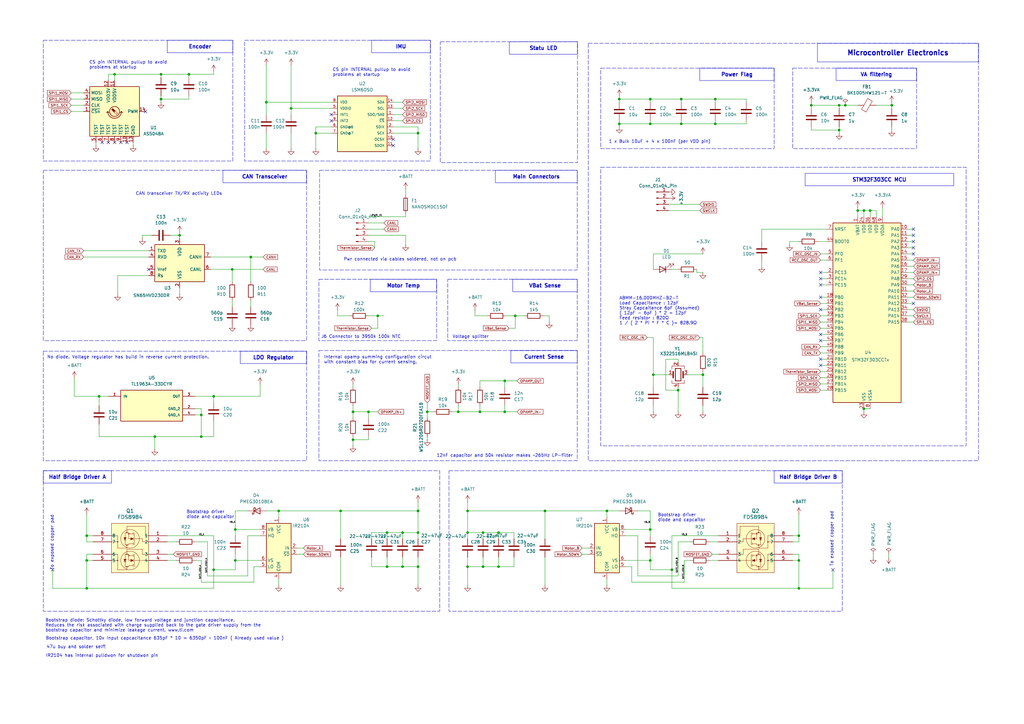
<source format=kicad_sch>
(kicad_sch (version 20231120) (generator "eeschema") (generator_version "8.0")
  (paper "A3")
  (title_block (title "Servo Electronics Demo") (date "2024-07-05") (rev "0.1") (company "DoggeBoi"))
  (lib_symbols
    (symbol "Connector:Conn_01x04_Pin" (pin_names (offset 1.016) hide)
      (property "Reference" "J" (at 0 5.08 0))
      (property "Value" "Conn_01x04_Pin" (at 0 -7.62 0))
      (symbol "Conn_01x04_Pin_1_1"
        (pin passive line (at 5.08 2.54 180) (length 3.81) (name "Pin_1") (number "1"))
        (pin passive line (at 5.08 0 180) (length 3.81) (name "Pin_2") (number "2"))
        (pin passive line (at 5.08 -2.54 180) (length 3.81) (name "Pin_3") (number "3"))
        (pin passive line (at 5.08 -5.08 180) (length 3.81) (name "Pin_4") (number "4"))
      )
    )
    (symbol "Device:C" (pin_numbers hide) (pin_names (offset 0.254))
      (property "Reference" "C" (at 0.635 2.54 0))
      (property "Value" "C" (at 0.635 -2.54 0))
      (symbol "C_1_1"
        (pin passive line (at 0 3.81 270) (length 2.794) (name "~") (number "1"))
        (pin passive line (at 0 -3.81 90) (length 2.794) (name "~") (number "2"))
      )
    )
    (symbol "Device:Crystal_GND24" (pin_names (offset 1.016) hide)
      (property "Reference" "Y" (at 3.175 5.08 0))
      (property "Value" "Crystal_GND24" (at 3.175 3.175 0))
      (symbol "Crystal_GND24_1_1"
        (pin passive line (at -3.81 0 0) (length 1.27) (name "1") (number "1"))
        (pin passive line (at 0 5.08 270) (length 1.27) (name "2") (number "2"))
        (pin passive line (at 3.81 0 180) (length 1.27) (name "3") (number "3"))
        (pin passive line (at 0 -5.08 90) (length 1.27) (name "4") (number "4"))
      )
    )
    (symbol "Device:D_Schottky" (pin_numbers hide) (pin_names (offset 1.016) hide)
      (property "Reference" "D" (at 0 2.54 0))
      (property "Value" "D_Schottky" (at 0 -2.54 0))
      (symbol "D_Schottky_1_1"
        (pin passive line (at -3.81 0 0) (length 2.54) (name "K") (number "1"))
        (pin passive line (at 3.81 0 180) (length 2.54) (name "A") (number "2"))
      )
    )
    (symbol "Device:FerriteBead" (pin_numbers hide) (pin_names (offset 0))
      (property "Reference" "FB" (at -3.81 0.635 90))
      (property "Value" "FerriteBead" (at 3.81 0 90))
      (symbol "FerriteBead_1_1"
        (pin passive line (at 0 3.81 270) (length 2.54) (name "~") (number "1"))
        (pin passive line (at 0 -3.81 90) (length 2.54) (name "~") (number "2"))
      )
    )
    (symbol "Device:Fuse" (pin_numbers hide) (pin_names (offset 0))
      (property "Reference" "F" (at 2.032 0 90))
      (property "Value" "Fuse" (at -1.905 0 90))
      (symbol "Fuse_1_1"
        (pin passive line (at 0 3.81 270) (length 1.27) (name "~") (number "1"))
        (pin passive line (at 0 -3.81 90) (length 1.27) (name "~") (number "2"))
      )
    )
    (symbol "Device:LED" (pin_numbers hide) (pin_names (offset 1.016) hide)
      (property "Reference" "D" (at 0 2.54 0))
      (property "Value" "LED" (at 0 -2.54 0))
      (symbol "LED_1_1"
        (pin passive line (at -3.81 0 0) (length 2.54) (name "K") (number "1"))
        (pin passive line (at 3.81 0 180) (length 2.54) (name "A") (number "2"))
      )
    )
    (symbol "Device:R" (pin_numbers hide) (pin_names (offset 0))
      (property "Reference" "R" (at 2.032 0 90))
      (property "Value" "R" (at 0 0 90))
      (symbol "R_1_1"
        (pin passive line (at 0 3.81 270) (length 1.27) (name "~") (number "1"))
        (pin passive line (at 0 -3.81 90) (length 1.27) (name "~") (number "2"))
      )
    )
    (symbol "Driver_FET:IR2104"
      (property "Reference" "U" (at 1.27 13.335 0))
      (property "Value" "IR2104" (at 1.27 11.43 0))
      (symbol "IR2104_1_1"
        (pin power_in line (at 0 12.7 270) (length 2.54) (name "VCC") (number "1"))
        (pin input line (at -7.62 0 0) (length 2.54) (name "IN") (number "2"))
        (pin input line (at -7.62 -2.54 0) (length 2.54) (name "~{SD}") (number "3"))
        (pin power_in line (at 0 -12.7 90) (length 2.54) (name "COM") (number "4"))
        (pin output line (at 7.62 -7.62 180) (length 2.54) (name "LO") (number "5"))
        (pin passive line (at 7.62 -5.08 180) (length 2.54) (name "VS") (number "6"))
        (pin output line (at 7.62 5.08 180) (length 2.54) (name "HO") (number "7"))
        (pin passive line (at 7.62 7.62 180) (length 2.54) (name "VB") (number "8"))
      )
    )
    (symbol "FDS8984:FDS8984" (pin_names (offset 0.254))
      (property "Reference" "Q" (at 15.24 10.16 0))
      (property "Value" "FDS8984" (at 15.24 7.62 0))
      (symbol "FDS8984_0_1"
        (pin unspecified line (at 0 0 0) (length 7.62) (name "1") (number "1"))
        (pin unspecified line (at 0 -2.54 0) (length 7.62) (name "2") (number "2"))
        (pin unspecified line (at 0 -7.62 0) (length 7.62) (name "3") (number "3"))
        (pin unspecified line (at 0 -10.16 0) (length 7.62) (name "4") (number "4"))
        (pin unspecified line (at 30.48 -10.16 180) (length 7.62) (name "5") (number "5"))
        (pin unspecified line (at 30.48 -7.62 180) (length 7.62) (name "6") (number "6"))
        (pin unspecified line (at 30.48 -2.54 180) (length 7.62) (name "7") (number "7"))
        (pin unspecified line (at 30.48 0 180) (length 7.62) (name "8") (number "8"))
      )
    )
    (symbol "Interface_CAN_LIN:MCP2551-I-SN" (pin_names (offset 1.016))
      (property "Reference" "U" (at -10.16 8.89 0))
      (property "Value" "MCP2551-I-SN" (at 2.54 8.89 0))
      (symbol "MCP2551-I-SN_1_1"
        (pin input line (at -12.7 5.08 0) (length 2.54) (name "TXD") (number "1"))
        (pin power_in line (at 0 -10.16 90) (length 2.54) (name "VSS") (number "2"))
        (pin power_in line (at 0 10.16 270) (length 2.54) (name "VDD") (number "3"))
        (pin output line (at -12.7 2.54 0) (length 2.54) (name "RXD") (number "4"))
        (pin power_out line (at -12.7 -2.54 0) (length 2.54) (name "Vref") (number "5"))
        (pin bidirectional line (at 12.7 -2.54 180) (length 2.54) (name "CANL") (number "6"))
        (pin bidirectional line (at 12.7 2.54 180) (length 2.54) (name "CANH") (number "7"))
        (pin input line (at -12.7 -5.08 0) (length 2.54) (name "Rs") (number "8"))
      )
    )
    (symbol "LSM6DSO:LSM6DSO" (pin_names (offset 1.016))
      (property "Reference" "U" (at -10.16 13.208 0))
      (symbol "LSM6DSO_0_0"
        (pin bidirectional line (at 12.7 5.08 180) (length 2.54) (name "SDO/SA0") (number "1"))
        (pin bidirectional line (at 12.7 -5.08 180) (length 2.54) (name "OCSX") (number "10"))
        (pin bidirectional line (at 12.7 -7.62 180) (length 2.54) (name "SDOX") (number "11"))
        (pin bidirectional line (at 12.7 2.54 180) (length 2.54) (name "~{CS}") (number "12"))
        (pin bidirectional line (at 12.7 7.62 180) (length 2.54) (name "SCL") (number "13"))
        (pin bidirectional line (at 12.7 10.16 180) (length 2.54) (name "SDA") (number "14"))
        (pin bidirectional line (at 12.7 0 180) (length 2.54) (name "SDIX") (number "2"))
        (pin bidirectional line (at 12.7 -2.54 180) (length 2.54) (name "SCX") (number "3"))
        (pin bidirectional line (at -12.7 5.08 0) (length 2.54) (name "INT1") (number "4"))
        (pin bidirectional line (at -12.7 7.62 0) (length 2.54) (name "VDDIO") (number "5"))
        (pin bidirectional line (at -12.7 0 0) (length 2.54) (name "GND@6") (number "6"))
        (pin bidirectional line (at -12.7 -2.54 0) (length 2.54) (name "GND@7") (number "7"))
        (pin bidirectional line (at -12.7 10.16 0) (length 2.54) (name "VDD") (number "8"))
        (pin bidirectional line (at -12.7 2.54 0) (length 2.54) (name "INT2") (number "9"))
      )
    )
    (symbol "MCU_ST_STM32F3:STM32F303CCTx"
      (property "Reference" "U" (at -12.7 39.37 0))
      (property "Value" "STM32F303CCTx" (at 10.16 39.37 0))
      (symbol "STM32F303CCTx_1_1"
        (pin power_in line (at -2.54 40.64 270) (length 2.54) (name "VBAT") (number "1"))
        (pin bidirectional line (at 17.78 35.56 180) (length 2.54) (name "PA0") (number "10"))
        (pin bidirectional line (at 17.78 33.02 180) (length 2.54) (name "PA1") (number "11"))
        (pin bidirectional line (at 17.78 30.48 180) (length 2.54) (name "PA2") (number "12"))
        (pin bidirectional line (at 17.78 27.94 180) (length 2.54) (name "PA3") (number "13"))
        (pin bidirectional line (at 17.78 25.4 180) (length 2.54) (name "PA4") (number "14"))
        (pin bidirectional line (at 17.78 22.86 180) (length 2.54) (name "PA5") (number "15"))
        (pin bidirectional line (at 17.78 20.32 180) (length 2.54) (name "PA6") (number "16"))
        (pin bidirectional line (at 17.78 17.78 180) (length 2.54) (name "PA7") (number "17"))
        (pin bidirectional line (at -15.24 7.62 0) (length 2.54) (name "PB0") (number "18"))
        (pin bidirectional line (at -15.24 5.08 0) (length 2.54) (name "PB1") (number "19"))
        (pin bidirectional line (at -15.24 17.78 0) (length 2.54) (name "PC13") (number "2"))
        (pin bidirectional line (at -15.24 2.54 0) (length 2.54) (name "PB2") (number "20"))
        (pin bidirectional line (at -15.24 -17.78 0) (length 2.54) (name "PB10") (number "21"))
        (pin bidirectional line (at -15.24 -20.32 0) (length 2.54) (name "PB11") (number "22"))
        (pin power_in line (at 0 -38.1 90) (length 2.54) (name "VSS") (number "23"))
        (pin power_in line (at 0 40.64 270) (length 2.54) (name "VDD") (number "24"))
        (pin bidirectional line (at -15.24 -22.86 0) (length 2.54) (name "PB12") (number "25"))
        (pin bidirectional line (at -15.24 -25.4 0) (length 2.54) (name "PB13") (number "26"))
        (pin bidirectional line (at -15.24 -27.94 0) (length 2.54) (name "PB14") (number "27"))
        (pin bidirectional line (at -15.24 -30.48 0) (length 2.54) (name "PB15") (number "28"))
        (pin bidirectional line (at 17.78 15.24 180) (length 2.54) (name "PA8") (number "29"))
        (pin bidirectional line (at -15.24 15.24 0) (length 2.54) (name "PC14") (number "3"))
        (pin bidirectional line (at 17.78 12.7 180) (length 2.54) (name "PA9") (number "30"))
        (pin bidirectional line (at 17.78 10.16 180) (length 2.54) (name "PA10") (number "31"))
        (pin bidirectional line (at 17.78 7.62 180) (length 2.54) (name "PA11") (number "32"))
        (pin bidirectional line (at 17.78 5.08 180) (length 2.54) (name "PA12") (number "33"))
        (pin bidirectional line (at 17.78 2.54 180) (length 2.54) (name "PA13") (number "34"))
        (pin passive line (at 0 -38.1 90) (length 2.54) hide (name "VSS") (number "35"))
        (pin power_in line (at 2.54 40.64 270) (length 2.54) (name "VDD") (number "36"))
        (pin bidirectional line (at 17.78 0 180) (length 2.54) (name "PA14") (number "37"))
        (pin bidirectional line (at 17.78 -2.54 180) (length 2.54) (name "PA15") (number "38"))
        (pin bidirectional line (at -15.24 0 0) (length 2.54) (name "PB3") (number "39"))
        (pin bidirectional line (at -15.24 12.7 0) (length 2.54) (name "PC15") (number "4"))
        (pin bidirectional line (at -15.24 -2.54 0) (length 2.54) (name "PB4") (number "40"))
        (pin bidirectional line (at -15.24 -5.08 0) (length 2.54) (name "PB5") (number "41"))
        (pin bidirectional line (at -15.24 -7.62 0) (length 2.54) (name "PB6") (number "42"))
        (pin bidirectional line (at -15.24 -10.16 0) (length 2.54) (name "PB7") (number "43"))
        (pin input line (at -15.24 30.48 0) (length 2.54) (name "BOOT0") (number "44"))
        (pin bidirectional line (at -15.24 -12.7 0) (length 2.54) (name "PB8") (number "45"))
        (pin bidirectional line (at -15.24 -15.24 0) (length 2.54) (name "PB9") (number "46"))
        (pin passive line (at 0 -38.1 90) (length 2.54) hide (name "VSS") (number "47"))
        (pin power_in line (at 5.08 40.64 270) (length 2.54) (name "VDD") (number "48"))
        (pin bidirectional line (at -15.24 25.4 0) (length 2.54) (name "PF0") (number "5"))
        (pin bidirectional line (at -15.24 22.86 0) (length 2.54) (name "PF1") (number "6"))
        (pin input line (at -15.24 35.56 0) (length 2.54) (name "NRST") (number "7"))
        (pin power_in line (at 2.54 -38.1 90) (length 2.54) (name "VSSA") (number "8"))
        (pin power_in line (at 7.62 40.64 270) (length 2.54) (name "VDDA") (number "9"))
      )
    )
    (symbol "Sensor_Magnetic:AS5048A"
      (property "Reference" "U" (at -10.16 11.43 0))
      (property "Value" "AS5048A" (at 10.16 11.43 0))
      (symbol "AS5048A_1_1"
        (pin input line (at -12.7 0 0) (length 2.54) (name "~{CSn}") (number "1"))
        (pin passive line (at 5.08 -12.7 90) (length 2.54) (name "TEST") (number "10"))
        (pin power_in line (at 0 12.7 270) (length 2.54) (name "VDD5V") (number "11"))
        (pin power_in line (at -2.54 12.7 270) (length 2.54) (name "VDD3V") (number "12"))
        (pin power_in line (at 7.62 -12.7 90) (length 2.54) (name "GND") (number "13"))
        (pin output line (at 12.7 0 180) (length 2.54) (name "PWM") (number "14"))
        (pin input line (at -12.7 2.54 0) (length 2.54) (name "CLK") (number "2"))
        (pin output line (at -12.7 5.08 0) (length 2.54) (name "MISO") (number "3"))
        (pin input line (at -12.7 7.62 0) (length 2.54) (name "MOSI") (number "4"))
        (pin passive line (at -7.62 -12.7 90) (length 2.54) (name "TEST") (number "5"))
        (pin passive line (at -5.08 -12.7 90) (length 2.54) (name "TEST") (number "6"))
        (pin passive line (at -2.54 -12.7 90) (length 2.54) (name "TEST") (number "7"))
        (pin passive line (at 0 -12.7 90) (length 2.54) (name "TEST") (number "8"))
        (pin passive line (at 2.54 -12.7 90) (length 2.54) (name "TEST") (number "9"))
      )
    )
    (symbol "TL1963A-33DCYR:TL1963A-33DCYR" (pin_names (offset 1.016))
      (property "Reference" "U" (at -12.7 6.08 0))
      (property "Value" "TL1963A-33DCYR" (at -12.7 -9.08 0))
      (symbol "TL1963A-33DCYR_0_0"
        (pin power_in line (at 17.78 -2.54 180) (length 5.08) (name "GND_2") (number "2"))
        (pin power_in line (at 17.78 -5.08 180) (length 5.08) (name "GND_4") (number "4"))
      )
      (symbol "TL1963A-33DCYR_1_0"
        (pin power_in line (at -17.78 2.54 0) (length 5.08) (name "IN") (number "1"))
        (pin power_out line (at 17.78 2.54 180) (length 5.08) (name "OUT") (number "3"))
      )
    )
    (symbol "power:+3.3V" (power) (pin_numbers hide) (pin_names (offset 0) hide)
      (property "Value" "+3.3V" (at 0 3.556 0))
      (symbol "+3.3V_1_1"
        (pin power_in line (at 0 0 90) (length 0) (name "~") (number "1"))
      )
    )
    (symbol "power:+3.3VA" (power) (pin_numbers hide) (pin_names (offset 0) hide)
      (property "Value" "+3.3VA" (at 0 3.556 0))
      (symbol "+3.3VA_1_1"
        (pin power_in line (at 0 0 90) (length 0) (name "~") (number "1"))
      )
    )
    (symbol "power:+BATT" (power) (pin_numbers hide) (pin_names (offset 0) hide)
      (property "Value" "+BATT" (at 0 3.556 0))
      (symbol "+BATT_1_1"
        (pin power_in line (at 0 0 90) (length 0) (name "~") (number "1"))
      )
    )
    (symbol "power:GND" (power) (pin_numbers hide) (pin_names (offset 0) hide)
      (property "Value" "GND" (at 0 -3.81 0))
      (symbol "GND_1_1"
        (pin power_in line (at 0 0 270) (length 0) (name "~") (number "1"))
      )
    )
    (symbol "power:PWR_FLAG" (power) (pin_numbers hide) (pin_names (offset 0) hide)
      (property "Value" "PWR_FLAG" (at 0 3.81 0))
      (symbol "PWR_FLAG_0_0"
        (pin power_out line (at 0 0 90) (length 0) (name "~") (number "1"))
      )
    )
  )
  (junction (at 165.1 218.44))
  (junction (at 191.77 218.44))
  (junction (at 171.45 54.61))
  (junction (at 266.7 229.87))
  (junction (at 254 40.64))
  (junction (at 73.66 96.52))
  (junction (at 129.54 54.61))
  (junction (at 35.56 229.87))
  (junction (at 346.71 43.18))
  (junction (at 365.76 43.18))
  (junction (at 204.47 218.44))
  (junction (at 196.85 168.91))
  (junction (at 266.7 40.64))
  (junction (at 158.75 218.44))
  (junction (at 254 50.8))
  (junction (at 278.13 160.02))
  (junction (at 119.38 44.45))
  (junction (at 144.78 180.34))
  (junction (at 139.7 209.55))
  (junction (at 293.37 50.8))
  (junction (at 351.79 86.36))
  (junction (at 82.55 179.07))
  (junction (at 46.99 30.48))
  (junction (at 327.66 229.87))
  (junction (at 267.97 153.67))
  (junction (at 87.63 233.68))
  (junction (at 102.87 105.41))
  (junction (at 96.52 217.17))
  (junction (at 204.47 232.41))
  (junction (at 63.5 179.07))
  (junction (at 198.12 232.41))
  (junction (at 35.56 219.71))
  (junction (at 154.94 129.54))
  (junction (at 191.77 209.55))
  (junction (at 144.78 168.91))
  (junction (at 354.33 167.64))
  (junction (at 344.17 43.18))
  (junction (at 109.22 41.91))
  (junction (at 82.55 170.18))
  (junction (at 354.33 86.36))
  (junction (at 207.01 156.21))
  (junction (at 175.26 168.91))
  (junction (at 158.75 232.41))
  (junction (at 198.12 218.44))
  (junction (at 332.74 43.18))
  (junction (at 288.29 153.67))
  (junction (at 171.45 218.44))
  (junction (at 223.52 209.55))
  (junction (at 344.17 53.34))
  (junction (at 87.63 162.56))
  (junction (at 66.04 40.64))
  (junction (at 191.77 232.41))
  (junction (at 207.01 168.91))
  (junction (at 266.7 217.17))
  (junction (at 356.87 86.36))
  (junction (at 279.4 40.64))
  (junction (at 151.13 168.91))
  (junction (at 187.96 168.91))
  (junction (at 248.92 209.55))
  (junction (at 266.7 50.8))
  (junction (at 35.56 241.3))
  (junction (at 40.64 162.56))
  (junction (at 171.45 232.41))
  (junction (at 66.04 30.48))
  (junction (at 95.25 110.49))
  (junction (at 77.47 30.48))
  (junction (at 327.66 241.3))
  (junction (at 165.1 232.41))
  (junction (at 171.45 209.55))
  (junction (at 327.66 219.71))
  (junction (at 293.37 40.64))
  (junction (at 275.59 233.68))
  (junction (at 279.4 50.8))
  (junction (at 114.3 209.55))
  (junction (at 211.328 129.54))
  (junction (at 96.52 229.87))
  (no_connect (at 374.65 99.06))
  (no_connect (at 49.53 58.42))
  (no_connect (at 336.55 147.32))
  (no_connect (at 336.55 121.92))
  (no_connect (at 21.59 233.68))
  (no_connect (at 161.29 57.15))
  (no_connect (at 161.29 59.69))
  (no_connect (at 336.55 139.7))
  (no_connect (at 374.65 96.52))
  (no_connect (at 374.65 93.98))
  (no_connect (at 336.55 114.3))
  (no_connect (at 374.65 124.46))
  (no_connect (at 374.65 104.14))
  (no_connect (at 336.55 149.86))
  (no_connect (at 46.99 58.42))
  (no_connect (at 336.55 116.84))
  (no_connect (at 135.89 46.99))
  (no_connect (at 41.91 58.42))
  (no_connect (at 44.45 58.42))
  (no_connect (at 59.69 45.72))
  (no_connect (at 60.96 110.49))
  (no_connect (at 374.65 101.6))
  (no_connect (at 336.55 111.76))
  (no_connect (at 341.63 233.68))
  (no_connect (at 52.07 58.42))
  (no_connect (at 135.89 49.53))
  (no_connect (at 336.55 137.16))
  (no_connect (at 336.55 127))
  (wire (pts (xy 175.26 168.91) (xy 175.26 171.45)))
  (wire (pts (xy 175.26 179.07) (xy 175.26 180.34)))
  (wire (pts (xy 356.87 86.36) (xy 354.33 86.36)))
  (wire (pts (xy 261.62 219.71) (xy 261.62 236.22)))
  (wire (pts (xy 211.328 134.62) (xy 208.788 134.62)))
  (wire (pts (xy 365.76 52.07) (xy 365.76 53.34)))
  (wire (pts (xy 372.11 132.08) (xy 374.65 132.08)))
  (wire (pts (xy 153.67 99.06) (xy 153.67 101.6)))
  (wire (pts (xy 40.64 162.56) (xy 40.64 166.37)))
  (wire (pts (xy 351.79 86.36) (xy 351.79 88.9)))
  (wire (pts (xy 266.7 209.55) (xy 266.7 217.17)))
  (wire (pts (xy 223.52 209.55) (xy 248.92 209.55)))
  (wire (pts (xy 96.52 217.17) (xy 96.52 219.71)))
  (wire (pts (xy 166.37 87.63) (xy 166.37 88.9)))
  (wire (pts (xy 358.14 227.33) (xy 358.14 228.6)))
  (wire (pts (xy 69.85 96.52) (xy 73.66 96.52)))
  (wire (pts (xy 265.43 138.43) (xy 267.97 138.43)))
  (wire (pts (xy 374.65 109.22) (xy 372.11 109.22)))
  (wire (pts (xy 73.66 95.25) (xy 73.66 96.52)))
  (wire (pts (xy 44.45 30.48) (xy 44.45 33.02)))
  (wire (pts (xy 191.77 209.55) (xy 191.77 218.44)))
  (wire (pts (xy 144.78 180.34) (xy 151.13 180.34)))
  (wire (pts (xy 35.56 241.3) (xy 35.56 229.87)))
  (wire (pts (xy 336.55 114.3) (xy 339.09 114.3)))
  (wire (pts (xy 266.7 50.8) (xy 279.4 50.8)))
  (wire (pts (xy 364.49 227.33) (xy 364.49 228.6)))
  (wire (pts (xy 359.41 86.36) (xy 356.87 86.36)))
  (wire (pts (xy 374.65 99.06) (xy 372.11 99.06)))
  (wire (pts (xy 254 40.64) (xy 254 41.91)))
  (wire (pts (xy 185.42 168.91) (xy 187.96 168.91)))
  (wire (pts (xy 259.08 232.41) (xy 259.08 238.76)))
  (wire (pts (xy 267.97 166.37) (xy 267.97 168.91)))
  (wire (pts (xy 372.11 93.98) (xy 374.65 93.98)))
  (wire (pts (xy 87.63 233.68) (xy 96.52 233.68)))
  (wire (pts (xy 85.09 222.25) (xy 80.01 222.25)))
  (wire (pts (xy 158.75 218.44) (xy 152.4 218.44)))
  (wire (pts (xy 254 50.8) (xy 254 52.07)))
  (wire (pts (xy 151.13 91.44) (xy 157.48 91.44)))
  (wire (pts (xy 254 49.53) (xy 254 50.8)))
  (wire (pts (xy 194.818 127) (xy 194.818 129.54)))
  (wire (pts (xy 161.29 41.91) (xy 165.1 41.91)))
  (wire (pts (xy 96.52 227.33) (xy 96.52 229.87)))
  (wire (pts (xy 266.7 229.87) (xy 266.7 233.68)))
  (wire (pts (xy 207.01 168.91) (xy 207.01 166.37)))
  (wire (pts (xy 109.22 41.91) (xy 109.22 46.99)))
  (wire (pts (xy 332.74 43.18) (xy 332.74 44.45)))
  (wire (pts (xy 101.6 236.22) (xy 85.09 236.22)))
  (wire (pts (xy 225.298 129.54) (xy 225.298 132.08)))
  (wire (pts (xy 336.55 144.78) (xy 339.09 144.78)))
  (wire (pts (xy 71.12 227.33) (xy 68.58 227.33)))
  (wire (pts (xy 171.45 232.41) (xy 171.45 240.03)))
  (wire (pts (xy 336.55 104.14) (xy 339.09 104.14)))
  (wire (pts (xy 124.46 227.33) (xy 121.92 227.33)))
  (wire (pts (xy 211.328 129.54) (xy 207.518 129.54)))
  (wire (pts (xy 119.38 44.45) (xy 135.89 44.45)))
  (wire (pts (xy 275.59 110.49) (xy 278.13 110.49)))
  (wire (pts (xy 278.13 148.59) (xy 278.13 147.32)))
  (wire (pts (xy 267.97 153.67) (xy 274.32 153.67)))
  (wire (pts (xy 82.55 229.87) (xy 82.55 238.76)))
  (wire (pts (xy 365.76 41.91) (xy 365.76 43.18)))
  (wire (pts (xy 21.59 233.68) (xy 21.59 241.3)))
  (wire (pts (xy 336.55 134.62) (xy 339.09 134.62)))
  (wire (pts (xy 138.43 127) (xy 138.43 129.54)))
  (wire (pts (xy 144.78 157.48) (xy 144.78 158.75)))
  (wire (pts (xy 374.65 101.6) (xy 372.11 101.6)))
  (wire (pts (xy 29.21 45.72) (xy 34.29 45.72)))
  (wire (pts (xy 198.12 232.41) (xy 204.47 232.41)))
  (wire (pts (xy 144.78 180.34) (xy 144.78 182.88)))
  (wire (pts (xy 198.12 218.44) (xy 198.12 220.98)))
  (wire (pts (xy 336.55 147.32) (xy 339.09 147.32)))
  (wire (pts (xy 280.67 229.87) (xy 283.21 229.87)))
  (wire (pts (xy 222.758 129.54) (xy 225.298 129.54)))
  (wire (pts (xy 158.75 218.44) (xy 158.75 220.98)))
  (wire (pts (xy 288.29 138.43) (xy 288.29 144.78)))
  (wire (pts (xy 73.66 118.11) (xy 73.66 120.65)))
  (wire (pts (xy 152.4 232.41) (xy 158.75 232.41)))
  (wire (pts (xy 198.12 232.41) (xy 191.77 232.41)))
  (wire (pts (xy 40.64 179.07) (xy 63.5 179.07)))
  (wire (pts (xy 165.1 232.41) (xy 165.1 228.6)))
  (wire (pts (xy 256.54 229.87) (xy 266.7 229.87)))
  (wire (pts (xy 102.87 105.41) (xy 107.95 105.41)))
  (wire (pts (xy 114.3 212.09) (xy 114.3 209.55)))
  (wire (pts (xy 332.74 41.91) (xy 332.74 43.18)))
  (wire (pts (xy 72.39 222.25) (xy 68.58 222.25)))
  (wire (pts (xy 62.23 96.52) (xy 58.42 96.52)))
  (wire (pts (xy 278.13 222.25) (xy 278.13 236.22)))
  (wire (pts (xy 312.42 93.98) (xy 312.42 99.06)))
  (wire (pts (xy 256.54 217.17) (xy 266.7 217.17)))
  (wire (pts (xy 143.51 129.54) (xy 138.43 129.54)))
  (wire (pts (xy 46.99 30.48) (xy 66.04 30.48)))
  (wire (pts (xy 154.94 129.54) (xy 154.94 134.62)))
  (wire (pts (xy 144.78 168.91) (xy 144.78 171.45)))
  (wire (pts (xy 154.94 134.62) (xy 152.4 134.62)))
  (wire (pts (xy 354.33 167.64) (xy 356.87 167.64)))
  (wire (pts (xy 280.67 238.76) (xy 280.67 229.87)))
  (wire (pts (xy 279.4 50.8) (xy 293.37 50.8)))
  (wire (pts (xy 29.21 43.18) (xy 34.29 43.18)))
  (wire (pts (xy 191.77 205.74) (xy 191.77 209.55)))
  (wire (pts (xy 207.01 168.91) (xy 212.09 168.91)))
  (wire (pts (xy 165.1 218.44) (xy 158.75 218.44)))
  (wire (pts (xy 279.4 40.64) (xy 279.4 41.91)))
  (wire (pts (xy 288.29 104.14) (xy 267.97 104.14)))
  (wire (pts (xy 266.7 49.53) (xy 266.7 50.8)))
  (wire (pts (xy 198.12 218.44) (xy 191.77 218.44)))
  (wire (pts (xy 354.33 167.64) (xy 354.33 168.91)))
  (wire (pts (xy 135.89 52.07) (xy 129.54 52.07)))
  (wire (pts (xy 336.55 127) (xy 339.09 127)))
  (wire (pts (xy 46.99 33.02) (xy 46.99 30.48)))
  (wire (pts (xy 85.09 222.25) (xy 85.09 236.22)))
  (wire (pts (xy 327.66 219.71) (xy 327.66 222.25)))
  (wire (pts (xy 38.1 219.71) (xy 35.56 219.71)))
  (wire (pts (xy 248.92 212.09) (xy 248.92 209.55)))
  (wire (pts (xy 248.92 209.55) (xy 254 209.55)))
  (wire (pts (xy 82.55 179.07) (xy 87.63 179.07)))
  (wire (pts (xy 336.55 129.54) (xy 339.09 129.54)))
  (wire (pts (xy 285.75 111.76) (xy 285.75 110.49)))
  (wire (pts (xy 151.13 93.98) (xy 157.48 93.98)))
  (wire (pts (xy 87.63 179.07) (xy 87.63 172.72)))
  (wire (pts (xy 152.4 218.44) (xy 152.4 220.98)))
  (wire (pts (xy 82.55 170.18) (xy 82.55 179.07)))
  (wire (pts (xy 129.54 54.61) (xy 135.89 54.61)))
  (wire (pts (xy 372.11 129.54) (xy 374.65 129.54)))
  (wire (pts (xy 346.71 43.18) (xy 351.79 43.18)))
  (wire (pts (xy 82.55 170.18) (xy 80.01 170.18)))
  (wire (pts (xy 66.04 30.48) (xy 66.04 31.75)))
  (wire (pts (xy 336.55 137.16) (xy 339.09 137.16)))
  (wire (pts (xy 223.52 209.55) (xy 223.52 220.98)))
  (wire (pts (xy 293.37 40.64) (xy 306.07 40.64)))
  (wire (pts (xy 332.74 43.18) (xy 344.17 43.18)))
  (wire (pts (xy 30.48 162.56) (xy 40.64 162.56)))
  (wire (pts (xy 196.85 156.21) (xy 196.85 158.75)))
  (wire (pts (xy 372.11 127) (xy 374.65 127)))
  (wire (pts (xy 204.47 232.41) (xy 204.47 228.6)))
  (wire (pts (xy 281.94 153.67) (xy 288.29 153.67)))
  (wire (pts (xy 144.78 179.07) (xy 144.78 180.34)))
  (wire (pts (xy 344.17 53.34) (xy 344.17 52.07)))
  (wire (pts (xy 336.55 154.94) (xy 339.09 154.94)))
  (wire (pts (xy 354.33 86.36) (xy 351.79 86.36)))
  (wire (pts (xy 372.11 119.38) (xy 374.65 119.38)))
  (wire (pts (xy 266.7 40.64) (xy 266.7 41.91)))
  (wire (pts (xy 187.96 168.91) (xy 196.85 168.91)))
  (wire (pts (xy 171.45 54.61) (xy 171.45 60.96)))
  (wire (pts (xy 278.13 222.25) (xy 283.21 222.25)))
  (wire (pts (xy 288.29 152.4) (xy 288.29 153.67)))
  (wire (pts (xy 29.21 40.64) (xy 34.29 40.64)))
  (wire (pts (xy 191.77 209.55) (xy 223.52 209.55)))
  (wire (pts (xy 344.17 43.18) (xy 344.17 44.45)))
  (wire (pts (xy 374.65 96.52) (xy 372.11 96.52)))
  (wire (pts (xy 63.5 179.07) (xy 82.55 179.07)))
  (wire (pts (xy 327.66 210.82) (xy 327.66 219.71)))
  (wire (pts (xy 336.55 160.02) (xy 339.09 160.02)))
  (wire (pts (xy 80.01 167.64) (xy 82.55 167.64)))
  (wire (pts (xy 166.37 96.52) (xy 166.37 100.33)))
  (wire (pts (xy 139.7 209.55) (xy 139.7 220.98)))
  (wire (pts (xy 196.85 166.37) (xy 196.85 168.91)))
  (wire (pts (xy 196.85 168.91) (xy 207.01 168.91)))
  (wire (pts (xy 35.56 210.82) (xy 35.56 219.71)))
  (wire (pts (xy 80.01 162.56) (xy 87.63 162.56)))
  (wire (pts (xy 40.64 173.99) (xy 40.64 179.07)))
  (wire (pts (xy 374.65 106.68) (xy 372.11 106.68)))
  (wire (pts (xy 154.94 129.54) (xy 151.13 129.54)))
  (wire (pts (xy 341.63 233.68) (xy 341.63 241.3)))
  (wire (pts (xy 82.55 167.64) (xy 82.55 170.18)))
  (wire (pts (xy 287.02 138.43) (xy 288.29 138.43)))
  (wire (pts (xy 144.78 166.37) (xy 144.78 168.91)))
  (wire (pts (xy 336.55 124.46) (xy 339.09 124.46)))
  (wire (pts (xy 66.04 40.64) (xy 66.04 41.91)))
  (wire (pts (xy 288.29 166.37) (xy 288.29 168.91)))
  (wire (pts (xy 87.63 162.56) (xy 87.63 165.1)))
  (wire (pts (xy 275.59 233.68) (xy 275.59 241.3)))
  (wire (pts (xy 40.64 162.56) (xy 44.45 162.56)))
  (wire (pts (xy 101.6 209.55) (xy 96.52 209.55)))
  (wire (pts (xy 35.56 229.87) (xy 38.1 229.87)))
  (wire (pts (xy 38.1 227.33) (xy 35.56 227.33)))
  (wire (pts (xy 199.898 129.54) (xy 194.818 129.54)))
  (wire (pts (xy 87.63 219.71) (xy 87.63 233.68)))
  (wire (pts (xy 114.3 237.49) (xy 114.3 240.03)))
  (wire (pts (xy 332.74 53.34) (xy 344.17 53.34)))
  (wire (pts (xy 151.13 88.9) (xy 166.37 88.9)))
  (wire (pts (xy 196.85 156.21) (xy 207.01 156.21)))
  (wire (pts (xy 77.47 30.48) (xy 87.63 30.48)))
  (wire (pts (xy 77.47 31.75) (xy 77.47 30.48)))
  (wire (pts (xy 361.95 85.09) (xy 361.95 88.9)))
  (wire (pts (xy 372.11 116.84) (xy 374.65 116.84)))
  (wire (pts (xy 204.47 232.41) (xy 210.82 232.41)))
  (wire (pts (xy 372.11 104.14) (xy 374.65 104.14)))
  (wire (pts (xy 34.29 102.87) (xy 60.96 102.87)))
  (wire (pts (xy 106.68 232.41) (xy 104.14 232.41)))
  (wire (pts (xy 306.07 50.8) (xy 306.07 49.53)))
  (wire (pts (xy 336.55 116.84) (xy 339.09 116.84)))
  (wire (pts (xy 210.82 218.44) (xy 210.82 220.98)))
  (wire (pts (xy 35.56 227.33) (xy 35.56 229.87)))
  (wire (pts (xy 292.1 227.33) (xy 294.64 227.33)))
  (wire (pts (xy 374.65 111.76) (xy 372.11 111.76)))
  (wire (pts (xy 215.138 129.54) (xy 211.328 129.54)))
  (wire (pts (xy 336.55 142.24) (xy 339.09 142.24)))
  (wire (pts (xy 351.79 85.09) (xy 351.79 86.36)))
  (wire (pts (xy 102.87 105.41) (xy 86.36 105.41)))
  (wire (pts (xy 372.11 124.46) (xy 374.65 124.46)))
  (wire (pts (xy 151.13 99.06) (xy 153.67 99.06)))
  (wire (pts (xy 278.13 160.02) (xy 278.13 168.91)))
  (wire (pts (xy 278.13 160.02) (xy 278.13 158.75)))
  (wire (pts (xy 207.01 156.21) (xy 212.09 156.21)))
  (wire (pts (xy 102.87 125.73) (xy 102.87 123.19)))
  (wire (pts (xy 114.3 209.55) (xy 109.22 209.55)))
  (wire (pts (xy 165.1 232.41) (xy 171.45 232.41)))
  (wire (pts (xy 102.87 115.57) (xy 102.87 105.41)))
  (wire (pts (xy 104.14 238.76) (xy 82.55 238.76)))
  (wire (pts (xy 266.7 40.64) (xy 279.4 40.64)))
  (wire (pts (xy 106.68 217.17) (xy 96.52 217.17)))
  (wire (pts (xy 365.76 43.18) (xy 365.76 44.45)))
  (wire (pts (xy 327.66 222.25) (xy 325.12 222.25)))
  (wire (pts (xy 312.42 93.98) (xy 339.09 93.98)))
  (wire (pts (xy 261.62 209.55) (xy 266.7 209.55)))
  (wire (pts (xy 278.13 147.32) (xy 273.05 147.32)))
  (wire (pts (xy 95.25 110.49) (xy 95.25 115.57)))
  (wire (pts (xy 207.01 156.21) (xy 207.01 158.75)))
  (wire (pts (xy 129.54 54.61) (xy 129.54 60.96)))
  (wire (pts (xy 372.11 121.92) (xy 374.65 121.92)))
  (wire (pts (xy 161.29 44.45) (xy 165.1 44.45)))
  (wire (pts (xy 323.85 99.06) (xy 323.85 100.33)))
  (wire (pts (xy 273.05 160.02) (xy 278.13 160.02)))
  (wire (pts (xy 35.56 219.71) (xy 35.56 222.25)))
  (wire (pts (xy 175.26 168.91) (xy 177.8 168.91)))
  (wire (pts (xy 306.07 40.64) (xy 306.07 41.91)))
  (wire (pts (xy 254 39.37) (xy 254 40.64)))
  (wire (pts (xy 204.47 218.44) (xy 204.47 220.98)))
  (wire (pts (xy 87.63 219.71) (xy 68.58 219.71)))
  (wire (pts (xy 101.6 219.71) (xy 101.6 236.22)))
  (wire (pts (xy 191.77 218.44) (xy 191.77 220.98)))
  (wire (pts (xy 248.92 237.49) (xy 248.92 240.03)))
  (wire (pts (xy 293.37 50.8) (xy 306.07 50.8)))
  (wire (pts (xy 354.33 88.9) (xy 354.33 86.36)))
  (wire (pts (xy 46.99 30.48) (xy 44.45 30.48)))
  (wire (pts (xy 267.97 138.43) (xy 267.97 153.67)))
  (wire (pts (xy 73.66 96.52) (xy 73.66 97.79)))
  (wire (pts (xy 77.47 40.64) (xy 77.47 39.37)))
  (wire (pts (xy 359.41 43.18) (xy 365.76 43.18)))
  (wire (pts (xy 275.59 219.71) (xy 275.59 233.68)))
  (wire (pts (xy 72.39 229.87) (xy 68.58 229.87)))
  (wire (pts (xy 325.12 227.33) (xy 327.66 227.33)))
  (wire (pts (xy 191.77 232.41) (xy 191.77 240.03)))
  (wire (pts (xy 288.29 153.67) (xy 288.29 158.75)))
  (wire (pts (xy 274.32 83.82) (xy 287.02 83.82)))
  (wire (pts (xy 336.55 152.4) (xy 339.09 152.4)))
  (wire (pts (xy 374.65 114.3) (xy 372.11 114.3)))
  (wire (pts (xy 275.59 241.3) (xy 327.66 241.3)))
  (wire (pts (xy 139.7 209.55) (xy 114.3 209.55)))
  (wire (pts (xy 336.55 121.92) (xy 339.09 121.92)))
  (wire (pts (xy 279.4 40.64) (xy 293.37 40.64)))
  (wire (pts (xy 39.37 58.42) (xy 39.37 59.69)))
  (wire (pts (xy 66.04 30.48) (xy 77.47 30.48)))
  (wire (pts (xy 66.04 39.37) (xy 66.04 40.64)))
  (wire (pts (xy 293.37 50.8) (xy 293.37 49.53)))
  (wire (pts (xy 104.14 232.41) (xy 104.14 238.76)))
  (wire (pts (xy 124.46 224.79) (xy 121.92 224.79)))
  (wire (pts (xy 336.55 149.86) (xy 339.09 149.86)))
  (wire (pts (xy 171.45 205.74) (xy 171.45 209.55)))
  (wire (pts (xy 267.97 153.67) (xy 267.97 158.75)))
  (wire (pts (xy 327.66 229.87) (xy 325.12 229.87)))
  (wire (pts (xy 275.59 219.71) (xy 294.64 219.71)))
  (wire (pts (xy 312.42 106.68) (xy 312.42 109.22)))
  (wire (pts (xy 158.75 228.6) (xy 158.75 232.41)))
  (wire (pts (xy 187.96 157.48) (xy 187.96 158.75)))
  (wire (pts (xy 34.29 105.41) (xy 60.96 105.41)))
  (wire (pts (xy 139.7 228.6) (xy 139.7 240.03)))
  (wire (pts (xy 327.66 241.3) (xy 327.66 229.87)))
  (wire (pts (xy 119.38 44.45) (xy 119.38 46.99)))
  (wire (pts (xy 129.54 52.07) (xy 129.54 54.61)))
  (wire (pts (xy 106.68 219.71) (xy 101.6 219.71)))
  (wire (pts (xy 273.05 147.32) (xy 273.05 160.02)))
  (wire (pts (xy 119.38 26.67) (xy 119.38 44.45)))
  (wire (pts (xy 21.59 241.3) (xy 35.56 241.3)))
  (wire (pts (xy 223.52 228.6) (xy 223.52 240.03)))
  (wire (pts (xy 161.29 46.99) (xy 165.1 46.99)))
  (wire (pts (xy 48.26 113.03) (xy 48.26 120.65)))
  (wire (pts (xy 151.13 168.91) (xy 151.13 171.45)))
  (wire (pts (xy 165.1 218.44) (xy 171.45 218.44)))
  (wire (pts (xy 198.12 218.44) (xy 204.47 218.44)))
  (wire (pts (xy 238.76 227.33) (xy 241.3 227.33)))
  (wire (pts (xy 290.83 229.87) (xy 294.64 229.87)))
  (wire (pts (xy 151.13 168.91) (xy 154.94 168.91)))
  (wire (pts (xy 96.52 209.55) (xy 96.52 217.17)))
  (wire (pts (xy 211.328 129.54) (xy 211.328 134.62)))
  (wire (pts (xy 29.21 38.1) (xy 34.29 38.1)))
  (wire (pts (xy 187.96 168.91) (xy 187.96 166.37)))
  (wire (pts (xy 109.22 54.61) (xy 109.22 60.96)))
  (wire (pts (xy 82.55 229.87) (xy 80.01 229.87)))
  (wire (pts (xy 161.29 52.07) (xy 171.45 52.07)))
  (wire (pts (xy 87.63 29.21) (xy 87.63 30.48)))
  (wire (pts (xy 274.32 86.36) (xy 287.02 86.36)))
  (wire (pts (xy 86.36 110.49) (xy 95.25 110.49)))
  (wire (pts (xy 290.83 222.25) (xy 294.64 222.25)))
  (wire (pts (xy 359.41 88.9) (xy 359.41 86.36)))
  (wire (pts (xy 161.29 54.61) (xy 171.45 54.61)))
  (wire (pts (xy 171.45 232.41) (xy 171.45 228.6)))
  (wire (pts (xy 256.54 219.71) (xy 261.62 219.71)))
  (wire (pts (xy 261.62 236.22) (xy 278.13 236.22)))
  (wire (pts (xy 336.55 157.48) (xy 339.09 157.48)))
  (wire (pts (xy 152.4 228.6) (xy 152.4 232.41)))
  (wire (pts (xy 87.63 233.68) (xy 87.63 241.3)))
  (wire (pts (xy 323.85 99.06) (xy 327.66 99.06)))
  (wire (pts (xy 95.25 110.49) (xy 107.95 110.49)))
  (wire (pts (xy 63.5 179.07) (xy 63.5 184.15)))
  (wire (pts (xy 109.22 26.67) (xy 109.22 41.91)))
  (wire (pts (xy 191.77 232.41) (xy 191.77 228.6)))
  (wire (pts (xy 161.29 49.53) (xy 165.1 49.53)))
  (wire (pts (xy 144.78 168.91) (xy 151.13 168.91)))
  (wire (pts (xy 119.38 54.61) (xy 119.38 60.96)))
  (wire (pts (xy 154.94 129.54) (xy 157.48 129.54)))
  (wire (pts (xy 106.68 157.48) (xy 106.68 162.56)))
  (wire (pts (xy 175.26 165.1) (xy 175.26 168.91)))
  (wire (pts (xy 325.12 219.71) (xy 327.66 219.71)))
  (wire (pts (xy 327.66 241.3) (xy 341.63 241.3)))
  (wire (pts (xy 48.26 113.03) (xy 60.96 113.03)))
  (wire (pts (xy 139.7 209.55) (xy 171.45 209.55)))
  (wire (pts (xy 266.7 227.33) (xy 266.7 229.87)))
  (wire (pts (xy 66.04 40.64) (xy 77.47 40.64)))
  (wire (pts (xy 54.61 58.42) (xy 54.61 59.69)))
  (wire (pts (xy 30.48 154.94) (xy 30.48 162.56)))
  (wire (pts (xy 165.1 218.44) (xy 165.1 220.98)))
  (wire (pts (xy 171.45 209.55) (xy 171.45 218.44)))
  (wire (pts (xy 151.13 96.52) (xy 166.37 96.52)))
  (wire (pts (xy 151.13 180.34) (xy 151.13 179.07)))
  (wire (pts (xy 336.55 132.08) (xy 339.09 132.08)))
  (wire (pts (xy 210.82 232.41) (xy 210.82 228.6)))
  (wire (pts (xy 95.25 125.73) (xy 95.25 123.19)))
  (wire (pts (xy 293.37 40.64) (xy 293.37 41.91)))
  (wire (pts (xy 158.75 232.41) (xy 165.1 232.41)))
  (wire (pts (xy 327.66 227.33) (xy 327.66 229.87)))
  (wire (pts (xy 171.45 52.07) (xy 171.45 54.61)))
  (wire (pts (xy 198.12 232.41) (xy 198.12 228.6)))
  (wire (pts (xy 279.4 50.8) (xy 279.4 49.53)))
  (wire (pts (xy 109.22 41.91) (xy 135.89 41.91)))
  (wire (pts (xy 335.28 99.06) (xy 339.09 99.06)))
  (wire (pts (xy 58.42 96.52) (xy 58.42 97.79)))
  (wire (pts (xy 266.7 217.17) (xy 266.7 219.71)))
  (wire (pts (xy 256.54 232.41) (xy 259.08 232.41)))
  (wire (pts (xy 35.56 222.25) (xy 38.1 222.25)))
  (wire (pts (xy 166.37 77.47) (xy 166.37 80.01)))
  (wire (pts (xy 356.87 88.9) (xy 356.87 86.36)))
  (wire (pts (xy 275.59 233.68) (xy 266.7 233.68)))
  (wire (pts (xy 254 50.8) (xy 266.7 50.8)))
  (wire (pts (xy 87.63 241.3) (xy 35.56 241.3)))
  (wire (pts (xy 332.74 52.07) (xy 332.74 53.34)))
  (wire (pts (xy 288.29 111.76) (xy 285.75 111.76)))
  (wire (pts (xy 267.97 104.14) (xy 267.97 110.49)))
  (wire (pts (xy 87.63 162.56) (xy 106.68 162.56)))
  (wire (pts (xy 259.08 238.76) (xy 280.67 238.76)))
  (wire (pts (xy 254 40.64) (xy 266.7 40.64)))
  (wire (pts (xy 344.17 43.18) (xy 346.71 43.18)))
  (wire (pts (xy 336.55 139.7) (xy 339.09 139.7)))
  (wire (pts (xy 204.47 218.44) (xy 210.82 218.44)))
  (wire (pts (xy 106.68 229.87) (xy 96.52 229.87)))
  (wire (pts (xy 344.17 53.34) (xy 344.17 54.61)))
  (wire (pts (xy 171.45 218.44) (xy 171.45 220.98)))
  (wire (pts (xy 336.55 106.68) (xy 339.09 106.68)))
  (wire (pts (xy 336.55 111.76) (xy 339.09 111.76)))
  (wire (pts (xy 96.52 229.87) (xy 96.52 233.68)))
  (wire (pts (xy 238.76 224.79) (xy 241.3 224.79)))
  (rectangle (start 180.594 17.145) (end 236.855 66.675) (stroke (width 0) (type dash)))
  (rectangle (start 183.642 114.554) (end 236.728 139.7) (stroke (width 0) (type dash)))
  (rectangle (start 325.12 27.94) (end 375.92 60.96) (stroke (width 0) (type dash)))
  (rectangle (start 17.78 16.51) (end 95.504 66.04) (stroke (width 0) (type dash)))
  (rectangle (start 241.3 17.78) (end 401.32 188.976) (stroke (width 0) (type dash)))
  (rectangle (start 246.38 68.58) (end 396.24 182.88) (stroke (width 0) (type dash)))
  (rectangle (start 17.78 144.018) (end 125.73 188.976) (stroke (width 0) (type dash)))
  (rectangle (start 184.15 193.04) (end 345.44 250.698) (stroke (width 0) (type dash)))
  (rectangle (start 100.33 16.51) (end 176.53 66.04) (stroke (width 0) (type dash)))
  (rectangle (start 246.38 27.94) (end 317.5 60.96) (stroke (width 0) (type dash)))
  (rectangle (start 17.78 69.85) (end 125.73 139.7) (stroke (width 0) (type dash)))
  (rectangle (start 17.78 193.04) (end 180.34 250.698) (stroke (width 0) (type dash)))
  (rectangle (start 130.81 143.764) (end 236.728 188.976) (stroke (width 0) (type dash)))
  (rectangle (start 130.81 114.554) (end 179.07 139.7) (stroke (width 0) (type dash)))
  (rectangle (start 131.064 69.85) (end 236.728 110.744) (stroke (width 0) (type dash)))
  (text_box "Main Connectors" (at 203.2 69.85 0) (size 33.528 5.08) (effects (font (size 1.524 1.524) (bold yes))))
  (text_box "Power Flag\n" (at 287.02 27.94 0) (size 30.48 5.08) (effects (font (size 1.524 1.524) (bold yes))))
  (text_box "Half Bridge Driver B" (at 317.5 193.04 0) (size 27.94 5.08) (effects (font (size 1.524 1.524) (bold yes))))
  (text_box "STM32F303CC MCU" (at 330.2 71.12 0) (size 60.96 5.08) (effects (font (size 1.524 1.524) (bold yes))))
  (text_box "Current Sense" (at 209.55 143.764 0) (size 27.178 5.08) (effects (font (size 1.524 1.524) (bold yes))))
  (text_box "Statu LED" (at 208.915 17.145 0) (size 27.94 5.08) (effects (font (size 1.524 1.524) (bold yes))))
  (text_box "IMU" (at 152.4 16.51 0) (size 24.13 5.08) (effects (font (size 1.524 1.524) (bold yes))))
  (text_box "LDO Regulator" (at 98.552 144.018 0) (size 27.178 5.08) (effects (font (size 1.524 1.524) (bold yes))))
  (text_box "Microcontroller Electronics" (at 335.28 17.78 0) (size 66.04 7.62) (effects (font (size 2.032 2.032) (bold yes))))
  (text_box "VBat Sense\n" (at 210.312 114.554 0) (size 26.416 5.08) (effects (font (size 1.524 1.524) (bold yes))))
  (text_box "Motor Temp" (at 151.892 114.554 0) (size 27.178 5.08) (effects (font (size 1.524 1.524) (bold yes))))
  (text_box "Encoder" (at 68.58 16.51 0) (size 26.924 5.08) (effects (font (size 1.524 1.524) (bold yes))))
  (text_box "CAN Transceiver" (at 91.44 69.85 0) (size 34.29 5.08) (effects (font (size 1.524 1.524) (bold yes))))
  (text_box "VA filtering" (at 342.9 27.94 0) (size 33.02 5.08) (effects (font (size 1.524 1.524) (bold yes))))
  (text_box "Half Bridge Driver A" (at 17.78 193.04 0) (size 27.94 5.08) (effects (font (size 1.524 1.524) (bold yes))))
  (text "Bootstrap capacitor, 10x Input capcacitance 635pF * 10 = 6350pF ~ 100nF ( Already used value )" (at 67.564 261.874 0) (effects (font (size 1.27 1.27))))
  (text "Bootstrap diode: Schottky diode, low forward voltage and junction capacitance. \nReduces the risk associated with charge supplied back to the gate driver supply from the \nbootstrap capacitor and minimize leakage current. www.ti.com" (at 18.542 256.54 0) (effects (font (size 1.27 1.27)) (justify left)))
  (text "No diode. Voltage regulator has build in reverse current protection." (at 19.304 146.558 0) (effects (font (size 1.27 1.27)) (justify left)))
  (text "To exposed copper pad" (at 341.122 232.41 90) (effects (font (size 1.27 1.27)) (justify left)))
  (text "Bootstrap driver \ndiode and capcaitor\n" (at 269.748 212.344 0) (effects (font (size 1.27 1.27)) (justify left)))
  (text "ABMM-16.000MHZ-B2-T\nLoad Capacitance : 12pF\nStray Capcaitance 6pF (Assumed)\n( 12pF - 6pF ) * 2 = 12pF\nFeed resistor : 820Ω\n1 / ( 2 * Pi * F * C )= 828.9Ω" (at 254 127.508 0) (effects (font (size 1.27 1.27)) (justify left)))
  (text "Bootstrap driver \ndiode and capcaitor\n" (at 76.454 211.074 0) (effects (font (size 1.27 1.27)) (justify left)))
  (text "To exposed copper pad" (at 21.336 233.934 90) (effects (font (size 1.27 1.27)) (justify left)))
  (text "12nF capacitor and 50k resistor makes ~265Hz LP-filter" (at 207.01 186.944 0) (effects (font (size 1.27 1.27))))
  (text "CS pin INTERNAL pullup to avoid \nproblems at startup " (at 136.398 29.718 0) (effects (font (size 1.27 1.27)) (justify left)))
  (text "Internal opamp summing configuration circut \nwith constant bias for current sensing.\n" (at 132.842 147.574 0) (effects (font (size 1.27 1.27)) (justify left)))
  (text "Voltage splitter" (at 193.04 138.176 0) (effects (font (size 1.27 1.27))))
  (text "CAN transceiver TX/RX activity LEDs" (at 55.626 79.502 0) (effects (font (size 1.27 1.27)) (justify left)))
  (text "IR2104 has internal pulldwon for shutdwon pin" (at 18.796 268.986 0) (effects (font (size 1.27 1.27)) (justify left)))
  (text "47u buy and solder self!" (at 19.05 265.43 0) (effects (font (size 1.27 1.27)) (justify left)))
  (text "CS pin INTERNAL pullup to avoid \nproblems at startup " (at 36.576 26.67 0) (effects (font (size 1.27 1.27)) (justify left)))
  (text "Pwr connected via cables soldered, not on pcb" (at 164.084 106.426 0) (effects (font (size 1.27 1.27))))
  (text "1 x Bulk 10uF + 4 x 100nF (per VDD pin)" (at 249.682 58.166 0) (effects (font (size 1.27 1.27)) (justify left)))
  (text "J6 Connector to 3950k 100k NTC" (at 148.082 138.176 0) (effects (font (size 1.27 1.27))))
  (label "GATE_HIGH_A" (at 85.09 234.95 90) (effects (font (size 0.635 0.635))))
  (label "GATE_LOW_B" (at 280.67 237.49 90) (effects (font (size 0.635 0.635))))
  (label "GATE_HIGH_B" (at 278.13 228.6 270) (effects (font (size 0.635 0.635))))
  (label "VS_A" (at 83.82 219.71 180) (effects (font (size 0.635 0.635))))
  (label "VB_A" (at 96.52 214.63 180) (effects (font (size 0.635 0.635))))
  (label "VB_B" (at 266.7 214.63 180) (effects (font (size 0.635 0.635))))
  (label "PWR_IN" (at 152.4 88.9 0) (effects (font (size 0.762 0.762))))
  (label "GATE_LOW_A" (at 82.55 237.49 90) (effects (font (size 0.635 0.635))))
  (label "VS_B" (at 281.94 219.71 180) (effects (font (size 0.635 0.635))))
  (global_label "RCC_OSC_IN" (shape input) (at 265.43 138.43 180) (effects (font (size 1.016 1.016))) (property "Intersheetrefs" "${INTERSHEET_REFS}" (effects (hide yes))))
  (global_label "CAN_RX" (shape input) (at 34.29 105.41 180) (effects (font (size 1.016 1.016))) (property "Intersheetrefs" "${INTERSHEET_REFS}" (effects (hide yes))))
  (global_label "SPI1_MISO" (shape input) (at 29.21 40.64 180) (effects (font (size 1.016 1.016))) (property "Intersheetrefs" "${INTERSHEET_REFS}" (effects (hide yes))))
  (global_label "Motor_SDWN" (shape input) (at 238.76 227.33 180) (effects (font (size 1.016 1.016))) (property "Intersheetrefs" "${INTERSHEET_REFS}" (effects (hide yes))))
  (global_label "SWDIO" (shape input) (at 287.02 83.82 0) (effects (font (size 1.016 1.016))) (property "Intersheetrefs" "${INTERSHEET_REFS}" (effects (hide yes))))
  (global_label "MOSFET_GND" (shape input) (at 175.26 165.1 90) (effects (font (size 1.016 1.016))) (property "Intersheetrefs" "${INTERSHEET_REFS}" (effects (hide yes))))
  (global_label "Thermistor_Sense" (shape input) (at 153.67 101.6 180) (effects (font (size 1.016 1.016))) (property "Intersheetrefs" "${INTERSHEET_REFS}" (effects (hide yes))))
  (global_label "CAN_TX" (shape input) (at 336.55 144.78 180) (effects (font (size 1.016 1.016))) (property "Intersheetrefs" "${INTERSHEET_REFS}" (effects (hide yes))))
  (global_label "Motor_B" (shape input) (at 374.65 116.84 0) (effects (font (size 1.016 1.016))) (property "Intersheetrefs" "${INTERSHEET_REFS}" (effects (hide yes))))
  (global_label "SWDIO" (shape input) (at 374.65 127 0) (effects (font (size 1.016 1.016))) (property "Intersheetrefs" "${INTERSHEET_REFS}" (effects (hide yes))))
  (global_label "SPI1_MOSI" (shape input) (at 29.21 38.1 180) (effects (font (size 1.016 1.016))) (property "Intersheetrefs" "${INTERSHEET_REFS}" (effects (hide yes))))
  (global_label "SWCLK" (shape input) (at 287.02 86.36 0) (effects (font (size 1.016 1.016))) (property "Intersheetrefs" "${INTERSHEET_REFS}" (effects (hide yes))))
  (global_label "SPI2_SCK" (shape input) (at 165.1 44.45 0) (effects (font (size 1.016 1.016))) (property "Intersheetrefs" "${INTERSHEET_REFS}" (effects (hide yes))))
  (global_label "VBat_Sense" (shape input) (at 336.55 124.46 180) (effects (font (size 1.016 1.016))) (property "Intersheetrefs" "${INTERSHEET_REFS}" (effects (hide yes))))
  (global_label "CANL" (shape input) (at 107.95 110.49 0) (effects (font (size 1.016 1.016))) (property "Intersheetrefs" "${INTERSHEET_REFS}" (effects (hide yes))))
  (global_label "RCC_OSC_IN" (shape input) (at 336.55 104.14 180) (effects (font (size 1.016 1.016))) (property "Intersheetrefs" "${INTERSHEET_REFS}" (effects (hide yes))))
  (global_label "SWCLK" (shape input) (at 374.65 129.54 0) (effects (font (size 1.016 1.016))) (property "Intersheetrefs" "${INTERSHEET_REFS}" (effects (hide yes))))
  (global_label "Thermistor_Sense" (shape input) (at 152.4 134.62 180) (effects (font (size 1.016 1.016))) (property "Intersheetrefs" "${INTERSHEET_REFS}" (effects (hide yes))))
  (global_label "Motor_SDWN" (shape input) (at 124.46 227.33 0) (effects (font (size 1.016 1.016))) (property "Intersheetrefs" "${INTERSHEET_REFS}" (effects (hide yes))))
  (global_label "SPI2_SCK" (shape input) (at 336.55 154.94 180) (effects (font (size 1.016 1.016))) (property "Intersheetrefs" "${INTERSHEET_REFS}" (effects (hide yes))))
  (global_label "SPI1_MISO" (shape input) (at 336.55 132.08 180) (effects (font (size 1.016 1.016))) (property "Intersheetrefs" "${INTERSHEET_REFS}" (effects (hide yes))))
  (global_label "SPI1_MOSI" (shape input) (at 336.55 134.62 180) (effects (font (size 1.016 1.016))) (property "Intersheetrefs" "${INTERSHEET_REFS}" (effects (hide yes))))
  (global_label "CANL" (shape input) (at 157.48 91.44 0) (effects (font (size 1.016 1.016))) (property "Intersheetrefs" "${INTERSHEET_REFS}" (effects (hide yes))))
  (global_label "CAN_RX" (shape input) (at 336.55 142.24 180) (effects (font (size 1.016 1.016))) (property "Intersheetrefs" "${INTERSHEET_REFS}" (effects (hide yes))))
  (global_label "Motor_B" (shape input) (at 238.76 224.79 180) (effects (font (size 1.016 1.016))) (property "Intersheetrefs" "${INTERSHEET_REFS}" (effects (hide yes))))
  (global_label "OPAMP_IN+" (shape input) (at 154.94 168.91 0) (effects (font (size 1.016 1.016))) (property "Intersheetrefs" "${INTERSHEET_REFS}" (effects (hide yes))))
  (global_label "VBat_Sense" (shape input) (at 208.788 134.62 180) (effects (font (size 1.016 1.016))) (property "Intersheetrefs" "${INTERSHEET_REFS}" (effects (hide yes))))
  (global_label "SPI2_MISO" (shape input) (at 165.1 46.99 0) (effects (font (size 1.016 1.016))) (property "Intersheetrefs" "${INTERSHEET_REFS}" (effects (hide yes))))
  (global_label "SPI2_CS" (shape input) (at 165.1 49.53 0) (effects (font (size 1.016 1.016))) (property "Intersheetrefs" "${INTERSHEET_REFS}" (effects (hide yes))))
  (global_label "OPAMP_IN-" (shape input) (at 212.09 168.91 0) (effects (font (size 1.016 1.016))) (property "Intersheetrefs" "${INTERSHEET_REFS}" (effects (hide yes))))
  (global_label "CAN_TX" (shape input) (at 34.29 102.87 180) (effects (font (size 1.016 1.016))) (property "Intersheetrefs" "${INTERSHEET_REFS}" (effects (hide yes))))
  (global_label "RCC_OSC_OUT" (shape input) (at 336.55 106.68 180) (effects (font (size 1.016 1.016))) (property "Intersheetrefs" "${INTERSHEET_REFS}" (effects (hide yes))))
  (global_label "RCC_OSC_OUT" (shape input) (at 287.02 138.43 180) (effects (font (size 1.016 1.016))) (property "Intersheetrefs" "${INTERSHEET_REFS}" (effects (hide yes))))
  (global_label "SPI1_SCK" (shape input) (at 336.55 129.54 180) (effects (font (size 1.016 1.016))) (property "Intersheetrefs" "${INTERSHEET_REFS}" (effects (hide yes))))
  (global_label "SPI2_MOSI" (shape input) (at 336.55 160.02 180) (effects (font (size 1.016 1.016))) (property "Intersheetrefs" "${INTERSHEET_REFS}" (effects (hide yes))))
  (global_label "OPAMP_IN-" (shape input) (at 374.65 106.68 0) (effects (font (size 1.016 1.016))) (property "Intersheetrefs" "${INTERSHEET_REFS}" (effects (hide yes))))
  (global_label "SPI2_MISO" (shape input) (at 336.55 157.48 180) (effects (font (size 1.016 1.016))) (property "Intersheetrefs" "${INTERSHEET_REFS}" (effects (hide yes))))
  (global_label "MOSFET_GND" (shape input) (at 71.12 227.33 0) (effects (font (size 1.016 1.016))) (property "Intersheetrefs" "${INTERSHEET_REFS}" (effects (hide yes))))
  (global_label "Motor_A" (shape input) (at 374.65 119.38 0) (effects (font (size 1.016 1.016))) (property "Intersheetrefs" "${INTERSHEET_REFS}" (effects (hide yes))))
  (global_label "SPI1_SCK" (shape input) (at 29.21 43.18 180) (effects (font (size 1.016 1.016))) (property "Intersheetrefs" "${INTERSHEET_REFS}" (effects (hide yes))))
  (global_label "CANH" (shape input) (at 157.48 93.98 0) (effects (font (size 1.016 1.016))) (property "Intersheetrefs" "${INTERSHEET_REFS}" (effects (hide yes))))
  (global_label "OPAMP_IN+" (shape input) (at 374.65 111.76 0) (effects (font (size 1.016 1.016))) (property "Intersheetrefs" "${INTERSHEET_REFS}" (effects (hide yes))))
  (global_label "SPI2_MOSI" (shape input) (at 165.1 41.91 0) (effects (font (size 1.016 1.016))) (property "Intersheetrefs" "${INTERSHEET_REFS}" (effects (hide yes))))
  (global_label "CANH" (shape input) (at 107.95 105.41 0) (effects (font (size 1.016 1.016))) (property "Intersheetrefs" "${INTERSHEET_REFS}" (effects (hide yes))))
  (global_label "SPI1_CS" (shape input) (at 29.21 45.72 180) (effects (font (size 1.016 1.016))) (property "Intersheetrefs" "${INTERSHEET_REFS}" (effects (hide yes))))
  (global_label "MOSFET_GND" (shape input) (at 292.1 227.33 180) (effects (font (size 1.016 1.016))) (property "Intersheetrefs" "${INTERSHEET_REFS}" (effects (hide yes))))
  (global_label "SPI2_CS" (shape input) (at 374.65 114.3 0) (effects (font (size 1.016 1.016))) (property "Intersheetrefs" "${INTERSHEET_REFS}" (effects (hide yes))))
  (global_label "Thermistor_Sense" (shape input) (at 336.55 152.4 180) (effects (font (size 1.016 1.016))) (property "Intersheetrefs" "${INTERSHEET_REFS}" (effects (hide yes))))
  (global_label "OPAMP_OUT" (shape input) (at 212.09 156.21 0) (effects (font (size 1.016 1.016))) (property "Intersheetrefs" "${INTERSHEET_REFS}" (effects (hide yes))))
  (global_label "SPI1_CS" (shape input) (at 374.65 132.08 0) (effects (font (size 1.016 1.016))) (property "Intersheetrefs" "${INTERSHEET_REFS}" (effects (hide yes))))
  (global_label "Motor_SDWN" (shape input) (at 374.65 121.92 0) (effects (font (size 1.016 1.016))) (property "Intersheetrefs" "${INTERSHEET_REFS}" (effects (hide yes))))
  (global_label "OPAMP_OUT" (shape input) (at 374.65 109.22 0) (effects (font (size 1.016 1.016))) (property "Intersheetrefs" "${INTERSHEET_REFS}" (effects (hide yes))))
  (global_label "Motor_A" (shape input) (at 124.46 224.79 0) (effects (font (size 1.016 1.016))) (property "Intersheetrefs" "${INTERSHEET_REFS}" (effects (hide yes))))
  (symbol (lib_id "power:+3.3V") (at 274.32 81.28 270) (unit 1)
    (property "Reference" "#PWR04" (effects (hide yes)))
    (property "Value" "+3.3V" (at 279.4 81.28 0))
    (property "Description" "Power symbol creates a global label with name \"+3.3V\"" (effects (hide yes)))
  )
  (symbol (lib_id "Device:R") (at 331.47 99.06 90) (unit 1)
    (property "Reference" "R8" (at 331.724 96.266 90))
    (property "Value" "10k" (at 331.47 101.854 90))
    (property "Footprint" "Resistor_SMD:R_0402_1005Metric" (effects (hide yes)))
    (property "Description" "Resistor" (effects (hide yes)))
  )
  (symbol (lib_id "Device:C") (at 204.47 224.79 0) (mirror y) (unit 1)
    (property "Reference" "C33" (at 205.74 222.25 0) (effects (justify right)))
    (property "Value" "22-47uF" (at 195.326 219.964 0) (effects (justify right)))
    (property "Footprint" "Capacitor_SMD:C_1206_3216Metric" (effects (hide yes)))
    (property "Description" "Unpolarized capacitor" (effects (hide yes)))
  )
  (symbol (lib_id "power:PWR_FLAG") (at 358.14 227.33 0) (unit 1)
    (property "Reference" "#FLG02" (effects (hide yes)))
    (property "Value" "PWR_FLAG" (at 358.14 224.028 90) (effects (justify left)))
    (property "Description" "Special symbol for telling ERC where power comes from" (effects (hide yes)))
  )
  (symbol (lib_id "power:GND") (at 129.54 60.96 0) (unit 1)
    (property "Reference" "#PWR018" (effects (hide yes)))
    (property "Value" "GND" (effects (hide yes)))
    (property "Description" "Power symbol creates a global label with name \"GND\" , ground" (effects (hide yes)))
  )
  (symbol (lib_id "power:GND") (at 114.3 240.03 0) (mirror y) (unit 1)
    (property "Reference" "#PWR055" (effects (hide yes)))
    (property "Value" "GND" (effects (hide yes)))
    (property "Description" "Power symbol creates a global label with name \"GND\" , ground" (effects (hide yes)))
  )
  (symbol (lib_id "Device:R") (at 288.29 148.59 0) (mirror y) (unit 1)
    (property "Reference" "R15" (at 293.37 148.59 90))
    (property "Value" "820" (at 290.83 148.59 90))
    (property "Footprint" "Resistor_SMD:R_0402_1005Metric" (effects (hide yes)))
    (property "Description" "Resistor" (effects (hide yes)))
  )
  (symbol (lib_id "power:GND") (at 171.45 240.03 0) (mirror y) (unit 1)
    (property "Reference" "#PWR057" (effects (hide yes)))
    (property "Value" "GND" (effects (hide yes)))
    (property "Description" "Power symbol creates a global label with name \"GND\" , ground" (effects (hide yes)))
  )
  (symbol (lib_id "power:+3.3V") (at 365.76 41.91 0) (unit 1)
    (property "Reference" "#PWR09" (effects (hide yes)))
    (property "Value" "+3.3V" (at 367.538 37.338 0))
    (property "Description" "Power symbol creates a global label with name \"+3.3V\"" (effects (hide yes)))
  )
  (symbol (lib_id "Device:C") (at 266.7 223.52 0) (mirror y) (unit 1)
    (property "Reference" "C24" (at 270.51 224.7901 0) (effects (justify right)))
    (property "Value" "100n" (at 270.51 222.2501 0) (effects (justify right)))
    (property "Footprint" "Capacitor_SMD:C_0402_1005Metric" (effects (hide yes)))
    (property "Description" "Unpolarized capacitor" (effects (hide yes)))
  )
  (symbol (lib_id "power:GND") (at 175.26 180.34 0) (unit 1)
    (property "Reference" "#PWR046" (effects (hide yes)))
    (property "Value" "GND" (effects (hide yes)))
    (property "Description" "Power symbol creates a global label with name \"GND\" , ground" (effects (hide yes)))
  )
  (symbol (lib_id "power:+BATT") (at 364.49 228.6 180) (unit 1)
    (property "Reference" "#PWR054" (effects (hide yes)))
    (property "Value" "+BATT" (at 364.49 233.68 0))
    (property "Description" "Power symbol creates a global label with name \"+BATT\"" (effects (hide yes)))
  )
  (symbol (lib_id "power:GND") (at 254 52.07 0) (unit 1)
    (property "Reference" "#PWR011" (effects (hide yes)))
    (property "Value" "GND" (effects (hide yes)))
    (property "Description" "Power symbol creates a global label with name \"GND\" , ground" (effects (hide yes)))
  )
  (symbol (lib_id "power:GND") (at 274.32 78.74 90) (unit 1)
    (property "Reference" "#PWR01" (effects (hide yes)))
    (property "Value" "GND" (effects (hide yes)))
    (property "Description" "Power symbol creates a global label with name \"GND\" , ground" (effects (hide yes)))
  )
  (symbol (lib_id "Device:R") (at 76.2 222.25 270) (mirror x) (unit 1)
    (property "Reference" "R22" (at 76.2 216.154 90))
    (property "Value" "10" (at 76.2 218.694 90))
    (property "Footprint" "Resistor_SMD:R_0402_1005Metric" (effects (hide yes)))
    (property "Description" "Resistor" (effects (hide yes)))
  )
  (symbol (lib_id "power:+3.3V") (at 73.66 95.25 0) (unit 1)
    (property "Reference" "#PWR025" (effects (hide yes)))
    (property "Value" "+3.3V" (at 73.66 90.17 0))
    (property "Description" "Power symbol creates a global label with name \"+3.3V\"" (effects (hide yes)))
  )
  (symbol (lib_id "Device:C") (at 365.76 48.26 0) (unit 1)
    (property "Reference" "C8" (at 369.57 46.9899 0) (effects (justify left)))
    (property "Value" "1u" (at 369.57 49.5299 0) (effects (justify left)))
    (property "Footprint" "Capacitor_SMD:C_0402_1005Metric" (effects (hide yes)))
    (property "Description" "Unpolarized capacitor" (effects (hide yes)))
  )
  (symbol (lib_id "power:GND") (at 278.13 168.91 0) (unit 1)
    (property "Reference" "#PWR043" (effects (hide yes)))
    (property "Value" "GND" (effects (hide yes)))
    (property "Description" "Power symbol creates a global label with name \"GND\" , ground" (effects (hide yes)))
  )
  (symbol (lib_id "power:GND") (at 354.33 168.91 0) (unit 1)
    (property "Reference" "#PWR045" (effects (hide yes)))
    (property "Value" "GND" (effects (hide yes)))
    (property "Description" "Power symbol creates a global label with name \"GND\" , ground" (effects (hide yes)))
  )
  (symbol (lib_id "power:PWR_FLAG") (at 364.49 227.33 0) (unit 1)
    (property "Reference" "#FLG03" (effects (hide yes)))
    (property "Value" "PWR_FLAG" (at 364.744 223.774 90) (effects (justify left)))
    (property "Description" "Special symbol for telling ERC where power comes from" (effects (hide yes)))
  )
  (symbol (lib_id "Device:R") (at 203.708 129.54 90) (mirror x) (unit 1)
    (property "Reference" "R13" (at 203.708 124.46 90))
    (property "Value" "10k" (at 203.708 127 90))
    (property "Footprint" "Resistor_SMD:R_0402_1005Metric" (effects (hide yes)))
    (property "Description" "Resistor" (effects (hide yes)))
  )
  (symbol (lib_id "Device:C") (at 96.52 223.52 0) (unit 1)
    (property "Reference" "C23" (at 92.71 224.7901 0) (effects (justify right)))
    (property "Value" "100n" (at 92.71 222.2501 0) (effects (justify right)))
    (property "Footprint" "Capacitor_SMD:C_0402_1005Metric" (effects (hide yes)))
    (property "Description" "Unpolarized capacitor" (effects (hide yes)))
  )
  (symbol (lib_id "Device:C") (at 191.77 224.79 0) (mirror y) (unit 1)
    (property "Reference" "C28" (at 193.04 222.25 0) (effects (justify right)))
    (property "Value" "22-47uF" (at 182.626 219.964 0) (effects (justify right)))
    (property "Footprint" "Capacitor_SMD:C_1206_3216Metric" (effects (hide yes)))
    (property "Description" "Unpolarized capacitor" (effects (hide yes)))
  )
  (symbol (lib_id "power:+3.3V") (at 187.96 157.48 0) (unit 1)
    (property "Reference" "#PWR041" (effects (hide yes)))
    (property "Value" "+3.3V" (at 187.96 152.4 0))
    (property "Description" "Power symbol creates a global label with name \"+3.3V\"" (effects (hide yes)))
  )
  (symbol (lib_id "power:GND") (at 109.22 60.96 0) (unit 1)
    (property "Reference" "#PWR016" (effects (hide yes)))
    (property "Value" "GND" (effects (hide yes)))
    (property "Description" "Power symbol creates a global label with name \"GND\" , ground" (effects (hide yes)))
  )
  (symbol (lib_id "Device:C") (at 223.52 224.79 0) (unit 1)
    (property "Reference" "C30" (at 219.71 226.0601 0) (effects (justify right)))
    (property "Value" "100n" (at 219.71 223.5201 0) (effects (justify right)))
    (property "Footprint" "Capacitor_SMD:C_0402_1005Metric" (effects (hide yes)))
    (property "Description" "Unpolarized capacitor" (effects (hide yes)))
  )
  (symbol (lib_id "power:GND") (at 248.92 240.03 0) (unit 1)
    (property "Reference" "#PWR060" (effects (hide yes)))
    (property "Value" "GND" (effects (hide yes)))
    (property "Description" "Power symbol creates a global label with name \"GND\" , ground" (effects (hide yes)))
  )
  (symbol (lib_id "power:+3.3V") (at 87.63 29.21 0) (unit 1)
    (property "Reference" "#PWR05" (effects (hide yes)))
    (property "Value" "+3.3V" (at 87.63 24.13 0))
    (property "Description" "Power symbol creates a global label with name \"+3.3V\"" (effects (hide yes)))
  )
  (symbol (lib_id "Device:Crystal_GND24") (at 278.13 153.67 0) (unit 1)
    (property "Reference" "Y1" (at 277.876 143.002 0))
    (property "Value" "X322516MLB4SI" (at 278.384 145.034 0))
    (property "Footprint" "Crystal:Crystal_SMD_3225-4Pin_3.2x2.5mm" (effects (hide yes)))
    (property "Description" "Four pin crystal, GND on pins 2 and 4" (effects (hide yes)))
  )
  (symbol (lib_id "Device:C") (at 267.97 162.56 0) (mirror y) (unit 1)
    (property "Reference" "C18" (at 264.16 161.2899 0) (effects (justify left)))
    (property "Value" "12p" (at 264.16 163.8299 0) (effects (justify left)))
    (property "Footprint" "Capacitor_SMD:C_0402_1005Metric" (effects (hide yes)))
    (property "Description" "Unpolarized capacitor" (effects (hide yes)))
  )
  (symbol (lib_id "power:GND") (at 191.77 240.03 0) (unit 1)
    (property "Reference" "#PWR058" (effects (hide yes)))
    (property "Value" "GND" (effects (hide yes)))
    (property "Description" "Power symbol creates a global label with name \"GND\" , ground" (effects (hide yes)))
  )
  (symbol (lib_id "Device:R") (at 144.78 162.56 0) (unit 1)
    (property "Reference" "R16" (at 139.7 162.56 90))
    (property "Value" "10k" (at 142.24 162.56 90))
    (property "Footprint" "Resistor_SMD:R_0402_1005Metric" (effects (hide yes)))
    (property "Description" "Resistor" (effects (hide yes)))
  )
  (symbol (lib_id "power:PWR_FLAG") (at 346.71 43.18 0) (unit 1)
    (property "Reference" "#FLG01" (effects (hide yes)))
    (property "Value" "PWR_FLAG" (at 340.868 40.132 0))
    (property "Description" "Special symbol for telling ERC where power comes from" (effects (hide yes)))
  )
  (symbol (lib_id "Device:C") (at 198.12 224.79 0) (mirror y) (unit 1)
    (property "Reference" "C29" (at 199.39 222.25 0) (effects (justify right)))
    (property "Value" "22-47uF" (at 199.39 219.71 0) (effects (justify right)))
    (property "Footprint" "Capacitor_SMD:C_1206_3216Metric" (effects (hide yes)))
    (property "Description" "Unpolarized capacitor" (effects (hide yes)))
  )
  (symbol (lib_id "Device:C") (at 109.22 50.8 0) (mirror y) (unit 1)
    (property "Reference" "C11" (at 106.68 49.53 0) (effects (justify left)))
    (property "Value" "100n" (at 106.68 52.07 0) (effects (justify left)))
    (property "Footprint" "Capacitor_SMD:C_0402_1005Metric" (effects (hide yes)))
    (property "Description" "Unpolarized capacitor" (effects (hide yes)))
  )
  (symbol (lib_id "Device:R") (at 76.2 229.87 90) (mirror x) (unit 1)
    (property "Reference" "R24" (at 76.2 235.712 90))
    (property "Value" "10" (at 76.2 233.172 90))
    (property "Footprint" "Resistor_SMD:R_0402_1005Metric" (effects (hide yes)))
    (property "Description" "Resistor" (effects (hide yes)))
  )
  (symbol (lib_id "Device:C") (at 171.45 224.79 0) (mirror y) (unit 1)
    (property "Reference" "C27" (at 172.72 222.25 0) (effects (justify right)))
    (property "Value" "22-47uF" (at 172.72 219.71 0) (effects (justify right)))
    (property "Footprint" "Capacitor_SMD:C_1206_3216Metric" (effects (hide yes)))
    (property "Description" "Unpolarized capacitor" (effects (hide yes)))
  )
  (symbol (lib_id "power:GND") (at 54.61 59.69 0) (unit 1)
    (property "Reference" "#PWR015" (effects (hide yes)))
    (property "Value" "GND" (effects (hide yes)))
    (property "Description" "Power symbol creates a global label with name \"GND\" , ground" (effects (hide yes)))
  )
  (symbol (lib_id "power:+3.3VA") (at 361.95 85.09 0) (unit 1)
    (property "Reference" "#PWR024" (effects (hide yes)))
    (property "Value" "+3.3VA" (at 361.95 80.01 0))
    (property "Description" "Power symbol creates a global label with name \"+3.3VA\"" (effects (hide yes)))
  )
  (symbol (lib_id "Device:C") (at 306.07 45.72 0) (unit 1)
    (property "Reference" "C5" (at 309.88 44.4499 0) (effects (justify left)))
    (property "Value" "100n" (at 309.88 46.9899 0) (effects (justify left)))
    (property "Footprint" "Capacitor_SMD:C_0402_1005Metric" (effects (hide yes)))
    (property "Description" "Unpolarized capacitor" (effects (hide yes)))
  )
  (symbol (lib_id "power:GND") (at 166.37 100.33 0) (unit 1)
    (property "Reference" "#PWR027" (effects (hide yes)))
    (property "Value" "GND" (effects (hide yes)))
    (property "Description" "Power symbol creates a global label with name \"GND\" , ground" (effects (hide yes)))
  )
  (symbol (lib_id "Device:C") (at 102.87 129.54 0) (mirror y) (unit 1)
    (property "Reference" "C16" (at 106.68 130.8101 0) (effects (justify right)))
    (property "Value" "560p" (at 106.68 128.2701 0) (effects (justify right)))
    (property "Footprint" "Capacitor_SMD:C_0402_1005Metric" (effects (hide yes)))
    (property "Description" "Unpolarized capacitor" (effects (hide yes)))
  )
  (symbol (lib_id "power:GND") (at 95.25 133.35 0) (unit 1)
    (property "Reference" "#PWR036" (effects (hide yes)))
    (property "Value" "GND" (effects (hide yes)))
    (property "Description" "Power symbol creates a global label with name \"GND\" , ground" (effects (hide yes)))
  )
  (symbol (lib_id "power:+3.3V") (at 109.22 26.67 0) (unit 1)
    (property "Reference" "#PWR02" (effects (hide yes)))
    (property "Value" "+3.3V" (at 109.22 21.59 0))
    (property "Description" "Power symbol creates a global label with name \"+3.3V\"" (effects (hide yes)))
  )
  (symbol (lib_id "power:GND") (at 63.5 184.15 0) (unit 1)
    (property "Reference" "#PWR048" (effects (hide yes)))
    (property "Value" "GND" (effects (hide yes)))
    (property "Description" "Power symbol creates a global label with name \"GND\" , ground" (effects (hide yes)))
  )
  (symbol (lib_id "Device:D_Schottky") (at 105.41 209.55 0) (mirror x) (unit 1)
    (property "Reference" "D4" (at 105.0925 203.2 0))
    (property "Value" "PMEG3010BEA" (at 105.0925 205.74 0))
    (property "Footprint" "Diode_SMD:D_SOD-323" (effects (hide yes)))
    (property "Description" "Schottky diode" (effects (hide yes)))
  )
  (symbol (lib_id "Driver_FET:IR2104") (at 248.92 224.79 0) (unit 1)
    (property "Reference" "U7" (at 236.22 213.106 0) (effects (justify left)))
    (property "Value" "IR2104" (at 236.22 215.646 0) (effects (justify left)))
    (property "Footprint" "IR2104STRPBF:Custom SOIC-8" (effects (hide yes)))
    (property "Datasheet" "https://www.infineon.com/dgdl/ir2104.pdf?fileId=5546d462533600a4015355c7c1c31671" (effects (hide yes)))
    (property "Description" "Half-Bridge Driver, 600V, 210/360mA, PDIP-8/SOIC-8" (effects (hide yes)))
  )
  (symbol (lib_id "power:GND") (at 66.04 41.91 0) (unit 1)
    (property "Reference" "#PWR07" (effects (hide yes)))
    (property "Value" "GND" (effects (hide yes)))
    (property "Description" "Power symbol creates a global label with name \"GND\" , ground" (effects (hide yes)))
  )
  (symbol (lib_id "power:GND") (at 225.298 132.08 0) (mirror y) (unit 1)
    (property "Reference" "#PWR035" (effects (hide yes)))
    (property "Value" "GND" (effects (hide yes)))
    (property "Description" "Power symbol creates a global label with name \"GND\" , ground" (effects (hide yes)))
  )
  (symbol (lib_id "power:GND") (at 267.97 168.91 0) (unit 1)
    (property "Reference" "#PWR042" (effects (hide yes)))
    (property "Value" "GND" (effects (hide yes)))
    (property "Description" "Power symbol creates a global label with name \"GND\" , ground" (effects (hide yes)))
  )
  (symbol (lib_id "MCU_ST_STM32F3:STM32F303CCTx") (at 354.33 129.54 0) (unit 1)
    (property "Reference" "U4" (at 354.584 144.526 0) (effects (justify left)))
    (property "Value" "STM32F303CCTx" (at 349.25 147.574 0) (effects (justify left)))
    (property "Footprint" "Package_QFP:LQFP-48_7x7mm_P0.5mm" (effects (hide yes)))
    (property "Datasheet" "https://www.st.com/resource/en/datasheet/stm32f303cc.pdf" (effects (hide yes)))
    (property "Description" "STMicroelectronics Arm Cortex-M4 MCU, 256KB flash, 48KB RAM, 72 MHz, 2.0-3.6V, 37 GPIO, LQFP48" (effects (hide yes)))
  )
  (symbol (lib_id "LSM6DSO:LSM6DSO") (at 148.59 52.07 0) (unit 1)
    (property "Reference" "U2" (at 148.59 34.29 0))
    (property "Value" "LSM6DSO" (at 148.59 36.83 0))
    (property "Footprint" "Package_LGA:Bosch_LGA-14_3x2.5mm_P0.5mm" (effects (hide yes)))
    (property "MF" "STMicroelectronics" (effects (hide yes)))
    (property "Description_1" "\nSPARKFUN 6 DEGREES OF FREEDOM BR\n" (effects (hide yes)))
    (property "Package" "VFLGA-14 STMicroelectronics" (effects (hide yes)))
    (property "Price" "None" (effects (hide yes)))
    (property "Check_prices" "https://www.snapeda.com/parts/LSM6DSO/STMicroelectronics/view-part/?ref=eda" (effects (hide yes)))
    (property "VALUE" "LSM6DS0" (effects (hide yes)))
    (property "SnapEDA_Link" "https://www.snapeda.com/parts/LSM6DSO/STMicroelectronics/view-part/?ref=snap" (effects (hide yes)))
    (property "PROD_ID" "IC-15837" (effects (hide yes)))
    (property "Availability" "In Stock" (effects (hide yes)))
    (property "MP" "LSM6DSO" (effects (hide yes)))
  )
  (symbol (lib_id "Device:R") (at 147.32 129.54 90) (mirror x) (unit 1)
    (property "Reference" "R12" (at 147.32 124.46 90))
    (property "Value" "100k" (at 147.32 127 90))
    (property "Footprint" "Resistor_SMD:R_0402_1005Metric" (effects (hide yes)))
    (property "Description" "Resistor" (effects (hide yes)))
  )
  (symbol (lib_id "power:+3.3V") (at 144.78 157.48 0) (unit 1)
    (property "Reference" "#PWR040" (effects (hide yes)))
    (property "Value" "+3.3V" (at 144.78 152.4 0))
    (property "Description" "Power symbol creates a global label with name \"+3.3V\"" (effects (hide yes)))
  )
  (symbol (lib_id "Device:C") (at 152.4 224.79 0) (mirror y) (unit 1)
    (property "Reference" "C32" (at 153.67 222.25 0) (effects (justify right)))
    (property "Value" "22-47uF" (at 143.256 219.964 0) (effects (justify right)))
    (property "Footprint" "Capacitor_SMD:C_1206_3216Metric" (effects (hide yes)))
    (property "Description" "Unpolarized capacitor" (effects (hide yes)))
  )
  (symbol (lib_id "Device:C") (at 151.13 175.26 0) (mirror y) (unit 1)
    (property "Reference" "C22" (at 154.94 176.5301 0) (effects (justify right)))
    (property "Value" "100n" (at 154.94 173.9901 0) (effects (justify right)))
    (property "Footprint" "Capacitor_SMD:C_0402_1005Metric" (effects (hide yes)))
    (property "Description" "Unpolarized capacitor" (effects (hide yes)))
  )
  (symbol (lib_id "Device:LED") (at 271.78 110.49 180) (unit 1)
    (property "Reference" "D1" (at 273.3675 102.87 0))
    (property "Value" "LED" (at 273.3675 105.41 0))
    (property "Footprint" "LED_SMD:LED_0603_1608Metric" (effects (hide yes)))
    (property "Description" "Light emitting diode" (effects (hide yes)))
  )
  (symbol (lib_id "power:GND") (at 365.76 53.34 0) (unit 1)
    (property "Reference" "#PWR012" (effects (hide yes)))
    (property "Value" "GND" (effects (hide yes)))
    (property "Description" "Power symbol creates a global label with name \"GND\" , ground" (effects (hide yes)))
  )
  (symbol (lib_id "power:+3.3V") (at 288.29 104.14 0) (unit 1)
    (property "Reference" "#PWR021" (effects (hide yes)))
    (property "Value" "+3.3V" (at 288.29 99.06 0))
    (property "Description" "Power symbol creates a global label with name \"+3.3V\"" (effects (hide yes)))
  )
  (symbol (lib_id "power:GND") (at 358.14 228.6 0) (unit 1)
    (property "Reference" "#PWR053" (effects (hide yes)))
    (property "Value" "GND" (effects (hide yes)))
    (property "Description" "Power symbol creates a global label with name \"GND\" , ground" (effects (hide yes)))
  )
  (symbol (lib_id "power:GND") (at 223.52 240.03 0) (unit 1)
    (property "Reference" "#PWR059" (effects (hide yes)))
    (property "Value" "GND" (effects (hide yes)))
    (property "Description" "Power symbol creates a global label with name \"GND\" , ground" (effects (hide yes)))
  )
  (symbol (lib_id "power:+3.3V") (at 351.79 85.09 0) (unit 1)
    (property "Reference" "#PWR023" (effects (hide yes)))
    (property "Value" "+3.3V" (at 351.79 80.01 0))
    (property "Description" "Power symbol creates a global label with name \"+3.3V\"" (effects (hide yes)))
  )
  (symbol (lib_id "power:GND") (at 288.29 111.76 0) (unit 1)
    (property "Reference" "#PWR010" (effects (hide yes)))
    (property "Value" "GND" (effects (hide yes)))
    (property "Description" "Power symbol creates a global label with name \"GND\" , ground" (effects (hide yes)))
  )
  (symbol (lib_id "Device:D_Schottky") (at 257.81 209.55 180) (unit 1)
    (property "Reference" "D5" (at 258.1275 203.2 0))
    (property "Value" "PMEG3010BEA" (at 258.1275 205.74 0))
    (property "Footprint" "Diode_SMD:D_SOD-323" (effects (hide yes)))
    (property "Description" "Schottky diode" (effects (hide yes)))
  )
  (symbol (lib_id "power:GND") (at 119.38 60.96 0) (unit 1)
    (property "Reference" "#PWR017" (effects (hide yes)))
    (property "Value" "GND" (effects (hide yes)))
    (property "Description" "Power symbol creates a global label with name \"GND\" , ground" (effects (hide yes)))
  )
  (symbol (lib_id "power:GND") (at 73.66 120.65 0) (unit 1)
    (property "Reference" "#PWR031" (effects (hide yes)))
    (property "Value" "GND" (effects (hide yes)))
    (property "Description" "Power symbol creates a global label with name \"GND\" , ground" (effects (hide yes)))
  )
  (symbol (lib_id "power:+3.3V") (at 106.68 157.48 0) (unit 1)
    (property "Reference" "#PWR039" (effects (hide yes)))
    (property "Value" "+3.3V" (at 106.68 152.4 0))
    (property "Description" "Power symbol creates a global label with name \"+3.3V\"" (effects (hide yes)))
  )
  (symbol (lib_id "power:+3.3V") (at 254 39.37 0) (unit 1)
    (property "Reference" "#PWR06" (effects (hide yes)))
    (property "Value" "+3.3V" (at 254 34.29 0))
    (property "Description" "Power symbol creates a global label with name \"+3.3V\"" (effects (hide yes)))
  )
  (symbol (lib_id "Device:R") (at 175.26 175.26 0) (unit 1) (in_bom no)
    (property "Reference" "R21" (at 170.18 175.26 90))
    (property "Value" "WSL1206R0700FEA18" (at 172.72 175.26 90))
    (property "Footprint" "Resistor_SMD:R_1206_3216Metric" (effects (hide yes)))
    (property "Description" "Resistor" (effects (hide yes)))
  )
  (symbol (lib_id "Device:C") (at 279.4 45.72 0) (unit 1)
    (property "Reference" "C3" (at 283.21 44.4499 0) (effects (justify left)))
    (property "Value" "100n" (at 283.21 46.9899 0) (effects (justify left)))
    (property "Footprint" "Capacitor_SMD:C_0402_1005Metric" (effects (hide yes)))
    (property "Description" "Unpolarized capacitor" (effects (hide yes)))
  )
  (symbol (lib_id "Device:R") (at 187.96 162.56 0) (mirror y) (unit 1)
    (property "Reference" "R17" (at 193.04 162.56 90))
    (property "Value" "10k" (at 190.5 162.56 90))
    (property "Footprint" "Resistor_SMD:R_0402_1005Metric" (effects (hide yes)))
    (property "Description" "Resistor" (effects (hide yes)))
  )
  (symbol (lib_id "power:GND") (at 323.85 100.33 0) (unit 1)
    (property "Reference" "#PWR028" (effects (hide yes)))
    (property "Value" "GND" (effects (hide yes)))
    (property "Description" "Power symbol creates a global label with name \"GND\" , ground" (effects (hide yes)))
  )
  (symbol (lib_id "Device:C") (at 288.29 162.56 0) (unit 1)
    (property "Reference" "C19" (at 292.1 161.2899 0) (effects (justify left)))
    (property "Value" "12p" (at 292.1 163.8299 0) (effects (justify left)))
    (property "Footprint" "Capacitor_SMD:C_0402_1005Metric" (effects (hide yes)))
    (property "Description" "Unpolarized capacitor" (effects (hide yes)))
  )
  (symbol (lib_id "Device:C") (at 332.74 48.26 0) (unit 1)
    (property "Reference" "C6" (at 336.55 46.9899 0) (effects (justify left)))
    (property "Value" "10n" (at 336.55 49.5299 0) (effects (justify left)))
    (property "Footprint" "Capacitor_SMD:C_0402_1005Metric" (effects (hide yes)))
    (property "Description" "Unpolarized capacitor" (effects (hide yes)))
  )
  (symbol (lib_id "Device:C") (at 139.7 224.79 0) (mirror y) (unit 1)
    (property "Reference" "C25" (at 143.51 226.0601 0) (effects (justify right)))
    (property "Value" "100n" (at 143.51 223.5201 0) (effects (justify right)))
    (property "Footprint" "Capacitor_SMD:C_0402_1005Metric" (effects (hide yes)))
    (property "Description" "Unpolarized capacitor" (effects (hide yes)))
  )
  (symbol (lib_id "Device:R") (at 144.78 175.26 0) (unit 1)
    (property "Reference" "R20" (at 139.7 175.26 90))
    (property "Value" "10k" (at 142.24 175.26 90))
    (property "Footprint" "Resistor_SMD:R_0402_1005Metric" (effects (hide yes)))
    (property "Description" "Resistor" (effects (hide yes)))
  )
  (symbol (lib_id "Device:C") (at 66.04 96.52 90) (unit 1)
    (property "Reference" "C13" (at 66.04 88.9 90))
    (property "Value" "100n" (at 66.04 91.44 90))
    (property "Footprint" "Capacitor_SMD:C_0402_1005Metric" (effects (hide yes)))
    (property "Description" "Unpolarized capacitor" (effects (hide yes)))
  )
  (symbol (lib_id "Device:C") (at 165.1 224.79 0) (mirror y) (unit 1)
    (property "Reference" "C26" (at 166.37 222.25 0) (effects (justify right)))
    (property "Value" "22-47uF" (at 155.956 219.964 0) (effects (justify right)))
    (property "Footprint" "Capacitor_SMD:C_1206_3216Metric" (effects (hide yes)))
    (property "Description" "Unpolarized capacitor" (effects (hide yes)))
  )
  (symbol (lib_id "power:GND") (at 102.87 133.35 0) (unit 1)
    (property "Reference" "#PWR037" (effects (hide yes)))
    (property "Value" "GND" (effects (hide yes)))
    (property "Description" "Power symbol creates a global label with name \"GND\" , ground" (effects (hide yes)))
  )
  (symbol (lib_id "power:+3.3VA") (at 332.74 41.91 0) (unit 1)
    (property "Reference" "#PWR08" (effects (hide yes)))
    (property "Value" "+3.3VA" (at 332.74 36.83 0))
    (property "Description" "Power symbol creates a global label with name \"+3.3VA\"" (effects (hide yes)))
  )
  (symbol (lib_id "Device:C") (at 66.04 35.56 0) (unit 1)
    (property "Reference" "C9" (at 69.85 34.2899 0) (effects (justify left)))
    (property "Value" "10u" (at 69.85 36.8299 0) (effects (justify left)))
    (property "Footprint" "Capacitor_SMD:C_0805_2012Metric" (effects (hide yes)))
    (property "Description" "Unpolarized capacitor" (effects (hide yes)))
  )
  (symbol (lib_id "Device:FerriteBead") (at 355.6 43.18 90) (unit 1)
    (property "Reference" "FB1" (at 355.5492 35.56 90))
    (property "Value" "BK1005HW121-T" (at 355.5492 38.1 90))
    (property "Footprint" "Inductor_SMD:L_0402_1005Metric" (effects (hide yes)))
    (property "Description" "Ferrite bead" (effects (hide yes)))
  )
  (symbol (lib_id "Device:R") (at 287.02 229.87 270) (unit 1)
    (property "Reference" "R25" (at 287.02 235.712 90))
    (property "Value" "10" (at 287.02 233.172 90))
    (property "Footprint" "Resistor_SMD:R_0402_1005Metric" (effects (hide yes)))
    (property "Description" "Resistor" (effects (hide yes)))
  )
  (symbol (lib_id "power:+BATT") (at 327.66 210.82 0) (unit 1)
    (property "Reference" "#PWR052" (effects (hide yes)))
    (property "Value" "+BATT" (at 327.66 205.74 0))
    (property "Description" "Power symbol creates a global label with name \"+BATT\"" (effects (hide yes)))
  )
  (symbol (lib_id "power:+3.3V") (at 138.43 127 0) (mirror y) (unit 1)
    (property "Reference" "#PWR032" (effects (hide yes)))
    (property "Value" "+3.3V" (at 138.43 121.92 0))
    (property "Description" "Power symbol creates a global label with name \"+3.3V\"" (effects (hide yes)))
  )
  (symbol (lib_id "power:GND") (at 171.45 60.96 0) (unit 1)
    (property "Reference" "#PWR019" (effects (hide yes)))
    (property "Value" "GND" (effects (hide yes)))
    (property "Description" "Power symbol creates a global label with name \"GND\" , ground" (effects (hide yes)))
  )
  (symbol (lib_id "Device:C") (at 254 45.72 0) (unit 1)
    (property "Reference" "C1" (at 257.81 44.4499 0) (effects (justify left)))
    (property "Value" "10u" (at 257.81 46.9899 0) (effects (justify left)))
    (property "Footprint" "Capacitor_SMD:C_0805_2012Metric" (effects (hide yes)))
    (property "Description" "Unpolarized capacitor" (effects (hide yes)))
  )
  (symbol (lib_id "Device:C") (at 77.47 35.56 0) (unit 1)
    (property "Reference" "C10" (at 81.28 34.2899 0) (effects (justify left)))
    (property "Value" "100n" (at 81.28 36.8299 0) (effects (justify left)))
    (property "Footprint" "Capacitor_SMD:C_0402_1005Metric" (effects (hide yes)))
    (property "Description" "Unpolarized capacitor" (effects (hide yes)))
  )
  (symbol (lib_id "Device:C") (at 344.17 48.26 0) (unit 1)
    (property "Reference" "C7" (at 347.98 46.9899 0) (effects (justify left)))
    (property "Value" "1u" (at 347.98 49.5299 0) (effects (justify left)))
    (property "Footprint" "Capacitor_SMD:C_0402_1005Metric" (effects (hide yes)))
    (property "Description" "Unpolarized capacitor" (effects (hide yes)))
  )
  (symbol (lib_id "Device:C") (at 40.64 170.18 0) (mirror y) (unit 1)
    (property "Reference" "C21" (at 44.45 171.4501 0) (effects (justify right)))
    (property "Value" "10u" (at 44.45 168.9101 0) (effects (justify right)))
    (property "Footprint" "Capacitor_SMD:C_0805_2012Metric" (effects (hide yes)))
    (property "Description" "Unpolarized capacitor" (effects (hide yes)))
  )
  (symbol (lib_id "power:GND") (at 39.37 59.69 0) (unit 1)
    (property "Reference" "#PWR014" (effects (hide yes)))
    (property "Value" "GND" (effects (hide yes)))
    (property "Description" "Power symbol creates a global label with name \"GND\" , ground" (effects (hide yes)))
  )
  (symbol (lib_id "Device:R") (at 102.87 119.38 0) (mirror x) (unit 1)
    (property "Reference" "R11" (at 105.41 120.6501 0) (effects (justify left)))
    (property "Value" "100" (at 105.41 118.1101 0) (effects (justify left)))
    (property "Footprint" "Resistor_SMD:R_0402_1005Metric" (effects (hide yes)))
    (property "Description" "Resistor" (effects (hide yes)))
  )
  (symbol (lib_id "power:+BATT") (at 166.37 77.47 0) (unit 1)
    (property "Reference" "#PWR020" (effects (hide yes)))
    (property "Value" "+BATT" (at 166.37 72.39 0))
    (property "Description" "Power symbol creates a global label with name \"+BATT\"" (effects (hide yes)))
  )
  (symbol (lib_id "FDS8984:FDS8984") (at 68.58 219.71 0) (mirror y) (unit 1)
    (property "Reference" "Q1" (at 53.34 209.55 0) (effects (font (size 1.524 1.524))))
    (property "Value" "FDS8984" (at 53.34 212.09 0) (effects (font (size 1.524 1.524))))
    (property "Footprint" "IR2104STRPBF:Custom SOIC-8" (effects (hide yes)))
    (property "Datasheet" "FDS8984" (effects (hide yes)))
  )
  (symbol (lib_id "Device:Fuse") (at 166.37 83.82 0) (unit 1)
    (property "Reference" "F1" (at 168.656 82.296 0) (effects (justify left)))
    (property "Value" "NANOSMDC150F" (at 168.656 84.836 0) (effects (justify left)))
    (property "Footprint" "Fuse:Fuse_1206_3216Metric" (effects (hide yes)))
    (property "Description" "Fuse" (effects (hide yes)))
  )
  (symbol (lib_id "Interface_CAN_LIN:MCP2551-I-SN") (at 73.66 107.95 0) (unit 1)
    (property "Reference" "U3" (at 67.31 118.11 0) (effects (justify left)))
    (property "Value" "SN65HVD230DR" (at 54.61 121.158 0) (effects (justify left)))
    (property "Footprint" "Package_SO:SOIC-8_3.9x4.9mm_P1.27mm" (effects (hide yes)))
    (property "Datasheet" "http://ww1.microchip.com/downloads/en/devicedoc/21667d.pdf" (effects (hide yes)))
    (property "Description" "High-Speed CAN Transceiver, 1Mbps, 5V supply, SOIC-8" (effects (hide yes)))
  )
  (symbol (lib_id "Device:R") (at 287.02 222.25 90) (unit 1)
    (property "Reference" "R23" (at 287.02 216.154 90))
    (property "Value" "10" (at 287.02 218.694 90))
    (property "Footprint" "Resistor_SMD:R_0402_1005Metric" (effects (hide yes)))
    (property "Description" "Resistor" (effects (hide yes)))
  )
  (symbol (lib_id "Connector:Conn_01x04_Pin") (at 269.24 81.28 0) (unit 1)
    (property "Reference" "J1" (at 269.875 73.66 0))
    (property "Value" "Conn_01x04_Pin" (at 269.875 76.2 0))
    (property "Footprint" "Jumper:CUSTOM_PAD" (effects (hide yes)))
    (property "Description" "Generic connector, single row, 01x04, script generated" (effects (hide yes)))
  )
  (symbol (lib_id "Device:R") (at 218.948 129.54 90) (mirror x) (unit 1)
    (property "Reference" "R14" (at 218.948 124.46 90))
    (property "Value" "1k5" (at 218.948 127 90))
    (property "Footprint" "Resistor_SMD:R_0402_1005Metric" (effects (hide yes)))
    (property "Description" "Resistor" (effects (hide yes)))
  )
  (symbol (lib_id "power:+BATT") (at 191.77 205.74 0) (unit 1)
    (property "Reference" "#PWR050" (effects (hide yes)))
    (property "Value" "+BATT" (at 191.77 200.66 0))
    (property "Description" "Power symbol creates a global label with name \"+BATT\"" (effects (hide yes)))
  )
  (symbol (lib_id "Device:R") (at 181.61 168.91 270) (unit 1)
    (property "Reference" "R19" (at 181.61 163.83 90))
    (property "Value" "10k" (at 181.61 166.37 90))
    (property "Footprint" "Resistor_SMD:R_0402_1005Metric" (effects (hide yes)))
    (property "Description" "Resistor" (effects (hide yes)))
  )
  (symbol (lib_id "Device:C") (at 312.42 102.87 0) (unit 1)
    (property "Reference" "C14" (at 304.546 101.6 0) (effects (justify left)))
    (property "Value" "100n" (at 304.546 104.14 0) (effects (justify left)))
    (property "Footprint" "Capacitor_SMD:C_0402_1005Metric" (effects (hide yes)))
    (property "Description" "Unpolarized capacitor" (effects (hide yes)))
  )
  (symbol (lib_id "power:GND") (at 344.17 54.61 0) (unit 1)
    (property "Reference" "#PWR013" (effects (hide yes)))
    (property "Value" "GND" (effects (hide yes)))
    (property "Description" "Power symbol creates a global label with name \"GND\" , ground" (effects (hide yes)))
  )
  (symbol (lib_id "power:GND") (at 58.42 97.79 0) (unit 1)
    (property "Reference" "#PWR026" (effects (hide yes)))
    (property "Value" "GND" (effects (hide yes)))
    (property "Description" "Power symbol creates a global label with name \"GND\" , ground" (effects (hide yes)))
  )
  (symbol (lib_id "power:+3.3V") (at 119.38 26.67 0) (unit 1)
    (property "Reference" "#PWR03" (effects (hide yes)))
    (property "Value" "+3.3V" (at 119.38 21.59 0))
    (property "Description" "Power symbol creates a global label with name \"+3.3V\"" (effects (hide yes)))
  )
  (symbol (lib_id "power:+BATT") (at 171.45 205.74 0) (mirror y) (unit 1)
    (property "Reference" "#PWR049" (effects (hide yes)))
    (property "Value" "+BATT" (at 171.45 200.66 0))
    (property "Description" "Power symbol creates a global label with name \"+BATT\"" (effects (hide yes)))
  )
  (symbol (lib_id "Device:C") (at 210.82 224.79 0) (mirror y) (unit 1)
    (property "Reference" "C34" (at 212.09 222.25 0) (effects (justify right)))
    (property "Value" "22-47uF" (at 212.09 219.71 0) (effects (justify right)))
    (property "Footprint" "Capacitor_SMD:C_1206_3216Metric" (effects (hide yes)))
    (property "Description" "Unpolarized capacitor" (effects (hide yes)))
  )
  (symbol (lib_id "Device:R") (at 95.25 119.38 180) (unit 1)
    (property "Reference" "R10" (at 92.71 120.6501 0) (effects (justify left)))
    (property "Value" "100" (at 92.71 118.1101 0) (effects (justify left)))
    (property "Footprint" "Resistor_SMD:R_0402_1005Metric" (effects (hide yes)))
    (property "Description" "Resistor" (effects (hide yes)))
  )
  (symbol (lib_id "power:+BATT") (at 35.56 210.82 0) (mirror y) (unit 1)
    (property "Reference" "#PWR051" (effects (hide yes)))
    (property "Value" "+BATT" (at 35.56 205.74 0))
    (property "Description" "Power symbol creates a global label with name \"+BATT\"" (effects (hide yes)))
  )
  (symbol (lib_id "Device:C") (at 293.37 45.72 0) (unit 1)
    (property "Reference" "C4" (at 297.18 44.4499 0) (effects (justify left)))
    (property "Value" "100n" (at 297.18 46.9899 0) (effects (justify left)))
    (property "Footprint" "Capacitor_SMD:C_0402_1005Metric" (effects (hide yes)))
    (property "Description" "Unpolarized capacitor" (effects (hide yes)))
  )
  (symbol (lib_id "Device:C") (at 207.01 162.56 0) (mirror y) (unit 1)
    (property "Reference" "C17" (at 210.82 163.8301 0) (effects (justify right)))
    (property "Value" "12n" (at 210.82 161.2901 0) (effects (justify right)))
    (property "Footprint" "Capacitor_SMD:C_0402_1005Metric" (effects (hide yes)))
    (property "Description" "Unpolarized capacitor" (effects (hide yes)))
  )
  (symbol (lib_id "power:GND") (at 48.26 120.65 0) (unit 1)
    (property "Reference" "#PWR030" (effects (hide yes)))
    (property "Value" "GND" (effects (hide yes)))
    (property "Description" "Power symbol creates a global label with name \"GND\" , ground" (effects (hide yes)))
  )
  (symbol (lib_id "power:GND") (at 144.78 182.88 0) (unit 1)
    (property "Reference" "#PWR047" (effects (hide yes)))
    (property "Value" "GND" (effects (hide yes)))
    (property "Description" "Power symbol creates a global label with name \"GND\" , ground" (effects (hide yes)))
  )
  (symbol (lib_id "Device:C") (at 87.63 168.91 0) (mirror y) (unit 1)
    (property "Reference" "C20" (at 91.44 170.1801 0) (effects (justify right)))
    (property "Value" "10u" (at 91.44 167.6401 0) (effects (justify right)))
    (property "Footprint" "Capacitor_SMD:C_0805_2012Metric" (effects (hide yes)))
    (property "Description" "Unpolarized capacitor" (effects (hide yes)))
  )
  (symbol (lib_id "Connector:Conn_01x04_Pin") (at 146.05 93.98 0) (unit 1)
    (property "Reference" "J2" (at 146.685 86.36 0))
    (property "Value" "Conn_01x04_Pin" (at 146.685 88.9 0))
    (property "Footprint" "Jumper:CUSTOM_PAD" (effects (hide yes)))
    (property "Description" "Generic connector, single row, 01x04, script generated" (effects (hide yes)))
  )
  (symbol (lib_id "Device:C") (at 266.7 45.72 0) (unit 1)
    (property "Reference" "C2" (at 270.51 44.4499 0) (effects (justify left)))
    (property "Value" "100n" (at 270.51 46.9899 0) (effects (justify left)))
    (property "Footprint" "Capacitor_SMD:C_0402_1005Metric" (effects (hide yes)))
    (property "Description" "Unpolarized capacitor" (effects (hide yes)))
  )
  (symbol (lib_id "TL1963A-33DCYR:TL1963A-33DCYR") (at 62.23 165.1 0) (unit 1)
    (property "Reference" "U5" (at 62.23 154.94 0))
    (property "Value" "TL1963A-33DCYR" (at 62.23 157.48 0))
    (property "Footprint" "TL1963A-33DCYR:VREG_TL1963A-33DCYR-SERVO_CUSTOM" (effects (hide yes)))
    (property "MF" "Texas Instruments" (effects (hide yes)))
    (property "MAXIMUM_PACKAGE_HEIGHT" "1.80 mm" (effects (hide yes)))
    (property "Package" "SOT-223-4 Texas Instruments" (effects (hide yes)))
    (property "Price" "None" (effects (hide yes)))
    (property "Check_prices" "https://www.snapeda.com/parts/TL1963A-33DCYR/Texas+Instruments/view-part/?ref=eda" (effects (hide yes)))
    (property "STANDARD" "IPC-7351B" (effects (hide yes)))
    (property "PARTREV" "G" (effects (hide yes)))
    (property "SnapEDA_Link" "https://www.snapeda.com/parts/TL1963A-33DCYR/Texas+Instruments/view-part/?ref=snap" (effects (hide yes)))
    (property "MP" "TL1963A-33DCYR" (effects (hide yes)))
    (property "Purchase-URL" "https://www.snapeda.com/api/url_track_click_mouser/?unipart_id=105385&manufacturer=Texas Instruments&part_name=TL1963A-33DCYR&search_term=None" (effects (hide yes)))
    (property "Description_1" "\n1.5-A, 20-V, low-dropout voltage regulator with reverse current & reverse voltage protection\n" (effects (hide yes)))
    (property "Availability" "In Stock" (effects (hide yes)))
    (property "MANUFACTURER" "Texas Instruments" (effects (hide yes)))
  )
  (symbol (lib_id "Device:R") (at 196.85 162.56 0) (mirror y) (unit 1)
    (property "Reference" "R18" (at 201.93 162.56 90))
    (property "Value" "50k" (at 199.39 162.56 90))
    (property "Footprint" "Resistor_SMD:R_0402_1005Metric" (effects (hide yes)))
    (property "Description" "Resistor" (effects (hide yes)))
  )
  (symbol (lib_id "power:GND") (at 288.29 168.91 0) (unit 1)
    (property "Reference" "#PWR044" (effects (hide yes)))
    (property "Value" "GND" (effects (hide yes)))
    (property "Description" "Power symbol creates a global label with name \"GND\" , ground" (effects (hide yes)))
  )
  (symbol (lib_id "Device:C") (at 158.75 224.79 0) (mirror y) (unit 1)
    (property "Reference" "C31" (at 160.02 222.25 0) (effects (justify right)))
    (property "Value" "22-47uF" (at 149.606 219.964 0) (effects (justify right)))
    (property "Footprint" "Capacitor_SMD:C_1206_3216Metric" (effects (hide yes)))
    (property "Description" "Unpolarized capacitor" (effects (hide yes)))
  )
  (symbol (lib_id "power:+BATT") (at 30.48 154.94 0) (unit 1)
    (property "Reference" "#PWR038" (effects (hide yes)))
    (property "Value" "+BATT" (at 30.48 149.86 0))
    (property "Description" "Power symbol creates a global label with name \"+BATT\"" (effects (hide yes)))
  )
  (symbol (lib_id "Device:C") (at 119.38 50.8 0) (mirror y) (unit 1)
    (property "Reference" "C12" (at 116.84 49.53 0) (effects (justify left)))
    (property "Value" "100n" (at 116.84 52.07 0) (effects (justify left)))
    (property "Footprint" "Capacitor_SMD:C_0402_1005Metric" (effects (hide yes)))
    (property "Description" "Unpolarized capacitor" (effects (hide yes)))
  )
  (symbol (lib_id "FDS8984:FDS8984") (at 294.64 219.71 0) (unit 1)
    (property "Reference" "Q2" (at 309.88 209.55 0) (effects (font (size 1.524 1.524))))
    (property "Value" "FDS8984" (at 309.88 212.09 0) (effects (font (size 1.524 1.524))))
    (property "Footprint" "IR2104STRPBF:Custom SOIC-8" (effects (hide yes)))
    (property "Datasheet" "FDS8984" (effects (hide yes)))
  )
  (symbol (lib_id "Device:C") (at 95.25 129.54 0) (unit 1)
    (property "Reference" "C15" (at 91.44 130.8101 0) (effects (justify right)))
    (property "Value" "560p" (at 91.44 128.2701 0) (effects (justify right)))
    (property "Footprint" "Capacitor_SMD:C_0402_1005Metric" (effects (hide yes)))
    (property "Description" "Unpolarized capacitor" (effects (hide yes)))
  )
  (symbol (lib_id "Sensor_Magnetic:AS5048A") (at 46.99 45.72 0) (unit 1)
    (property "Reference" "U1" (at 62.992 52.324 0))
    (property "Value" "AS5048A" (at 62.992 54.864 0))
    (property "Footprint" "Package_SO:TSSOP-14_4.4x5mm_P0.65mm" (effects (hide yes)))
    (property "Datasheet" "https://ams.com/documents/20143/36005/AS5048_DS000298_4-00.pdf" (effects (hide yes)))
    (property "Description" "Magnetic position sensor, 14-bit, PWM output, SPI Interface, TSSOP-14" (effects (hide yes)))
  )
  (symbol (lib_id "Device:R") (at 281.94 110.49 270) (unit 1)
    (property "Reference" "R1" (at 281.686 113.284 90))
    (property "Value" "50" (at 281.94 107.696 90))
    (property "Footprint" "Resistor_SMD:R_0402_1005Metric" (effects (hide yes)))
    (property "Description" "Resistor" (effects (hide yes)))
  )
  (symbol (lib_id "power:+BATT") (at 194.818 127 0) (mirror y) (unit 1)
    (property "Reference" "#PWR033" (effects (hide yes)))
    (property "Value" "+BATT" (at 194.818 121.92 0))
    (property "Description" "Power symbol creates a global label with name \"+BATT\"" (effects (hide yes)))
  )
  (symbol (lib_id "power:GND") (at 312.42 109.22 0) (unit 1)
    (property "Reference" "#PWR029" (effects (hide yes)))
    (property "Value" "GND" (effects (hide yes)))
    (property "Description" "Power symbol creates a global label with name \"GND\" , ground" (effects (hide yes)))
  )
  (symbol (lib_id "power:GND") (at 139.7 240.03 0) (mirror y) (unit 1)
    (property "Reference" "#PWR056" (effects (hide yes)))
    (property "Value" "GND" (effects (hide yes)))
    (property "Description" "Power symbol creates a global label with name \"GND\" , ground" (effects (hide yes)))
  )
  (symbol (lib_id "Driver_FET:IR2104") (at 114.3 224.79 0) (mirror y) (unit 1)
    (property "Reference" "U6" (at 127 213.106 0) (effects (justify left)))
    (property "Value" "IR2104" (at 127 215.646 0) (effects (justify left)))
    (property "Footprint" "IR2104STRPBF:Custom SOIC-8" (effects (hide yes)))
    (property "Datasheet" "https://www.infineon.com/dgdl/ir2104.pdf?fileId=5546d462533600a4015355c7c1c31671" (effects (hide yes)))
    (property "Description" "Half-Bridge Driver, 600V, 210/360mA, PDIP-8/SOIC-8" (effects (hide yes)))
  )
)
</source>
